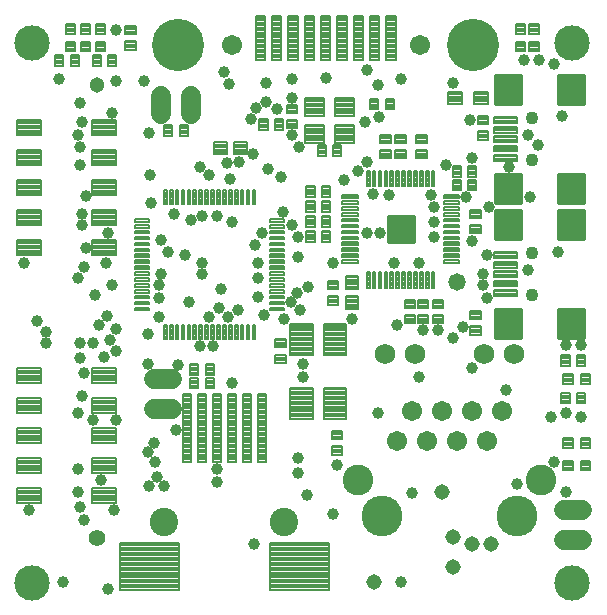
<source format=gts>
G75*
G70*
%OFA0B0*%
%FSLAX24Y24*%
%IPPOS*%
%LPD*%
%AMOC8*
5,1,8,0,0,1.08239X$1,22.5*
%
%ADD10C,0.1182*%
%ADD11C,0.0080*%
%ADD12C,0.0082*%
%ADD13C,0.0083*%
%ADD14C,0.0082*%
%ADD15C,0.0085*%
%ADD16C,0.1025*%
%ADD17C,0.1360*%
%ADD18C,0.0671*%
%ADD19C,0.0680*%
%ADD20C,0.1740*%
%ADD21C,0.0085*%
%ADD22C,0.0434*%
%ADD23C,0.0080*%
%ADD24C,0.0580*%
%ADD25C,0.0081*%
%ADD26C,0.0680*%
%ADD27C,0.0080*%
%ADD28C,0.0082*%
%ADD29C,0.0946*%
%ADD30C,0.0083*%
%ADD31C,0.0083*%
%ADD32C,0.0552*%
%ADD33C,0.0513*%
%ADD34C,0.0081*%
%ADD35C,0.0390*%
%ADD36C,0.0516*%
D10*
X001496Y002161D03*
X001496Y020165D03*
X019500Y020165D03*
X019500Y002161D03*
D11*
X009889Y011240D02*
X009417Y011240D01*
X009417Y011330D01*
X009889Y011330D01*
X009889Y011240D01*
X009889Y011319D02*
X009417Y011319D01*
X009417Y011437D02*
X009889Y011437D01*
X009417Y011437D02*
X009417Y011527D01*
X009889Y011527D01*
X009889Y011437D01*
X009889Y011516D02*
X009417Y011516D01*
X009417Y011634D02*
X009889Y011634D01*
X009417Y011634D02*
X009417Y011724D01*
X009889Y011724D01*
X009889Y011634D01*
X009889Y011713D02*
X009417Y011713D01*
X009417Y011830D02*
X009889Y011830D01*
X009417Y011830D02*
X009417Y011920D01*
X009889Y011920D01*
X009889Y011830D01*
X009889Y011909D02*
X009417Y011909D01*
X009417Y012027D02*
X009889Y012027D01*
X009417Y012027D02*
X009417Y012117D01*
X009889Y012117D01*
X009889Y012027D01*
X009889Y012106D02*
X009417Y012106D01*
X009417Y012224D02*
X009889Y012224D01*
X009417Y012224D02*
X009417Y012314D01*
X009889Y012314D01*
X009889Y012224D01*
X009889Y012303D02*
X009417Y012303D01*
X009417Y012421D02*
X009889Y012421D01*
X009417Y012421D02*
X009417Y012511D01*
X009889Y012511D01*
X009889Y012421D01*
X009889Y012500D02*
X009417Y012500D01*
X009417Y012618D02*
X009889Y012618D01*
X009417Y012618D02*
X009417Y012708D01*
X009889Y012708D01*
X009889Y012618D01*
X009889Y012697D02*
X009417Y012697D01*
X009417Y012815D02*
X009889Y012815D01*
X009417Y012815D02*
X009417Y012905D01*
X009889Y012905D01*
X009889Y012815D01*
X009889Y012894D02*
X009417Y012894D01*
X009417Y013012D02*
X009889Y013012D01*
X009417Y013012D02*
X009417Y013102D01*
X009889Y013102D01*
X009889Y013012D01*
X009889Y013091D02*
X009417Y013091D01*
X009417Y013208D02*
X009889Y013208D01*
X009417Y013208D02*
X009417Y013298D01*
X009889Y013298D01*
X009889Y013208D01*
X009889Y013287D02*
X009417Y013287D01*
X009417Y013405D02*
X009889Y013405D01*
X009417Y013405D02*
X009417Y013495D01*
X009889Y013495D01*
X009889Y013405D01*
X009889Y013484D02*
X009417Y013484D01*
X009417Y013602D02*
X009889Y013602D01*
X009417Y013602D02*
X009417Y013692D01*
X009889Y013692D01*
X009889Y013602D01*
X009889Y013681D02*
X009417Y013681D01*
X009417Y013799D02*
X009889Y013799D01*
X009417Y013799D02*
X009417Y013889D01*
X009889Y013889D01*
X009889Y013799D01*
X009889Y013878D02*
X009417Y013878D01*
X009417Y013996D02*
X009889Y013996D01*
X009417Y013996D02*
X009417Y014086D01*
X009889Y014086D01*
X009889Y013996D01*
X009889Y014075D02*
X009417Y014075D01*
X009417Y014193D02*
X009889Y014193D01*
X009417Y014193D02*
X009417Y014283D01*
X009889Y014283D01*
X009889Y014193D01*
X009889Y014272D02*
X009417Y014272D01*
X008930Y014769D02*
X008840Y014769D01*
X008840Y015241D01*
X008930Y015241D01*
X008930Y014769D01*
X008930Y014848D02*
X008840Y014848D01*
X008840Y014927D02*
X008930Y014927D01*
X008930Y015006D02*
X008840Y015006D01*
X008840Y015085D02*
X008930Y015085D01*
X008930Y015164D02*
X008840Y015164D01*
X008734Y014769D02*
X008644Y014769D01*
X008644Y015241D01*
X008734Y015241D01*
X008734Y014769D01*
X008734Y014848D02*
X008644Y014848D01*
X008644Y014927D02*
X008734Y014927D01*
X008734Y015006D02*
X008644Y015006D01*
X008644Y015085D02*
X008734Y015085D01*
X008734Y015164D02*
X008644Y015164D01*
X008537Y014769D02*
X008447Y014769D01*
X008447Y015241D01*
X008537Y015241D01*
X008537Y014769D01*
X008537Y014848D02*
X008447Y014848D01*
X008447Y014927D02*
X008537Y014927D01*
X008537Y015006D02*
X008447Y015006D01*
X008447Y015085D02*
X008537Y015085D01*
X008537Y015164D02*
X008447Y015164D01*
X008340Y014769D02*
X008250Y014769D01*
X008250Y015241D01*
X008340Y015241D01*
X008340Y014769D01*
X008340Y014848D02*
X008250Y014848D01*
X008250Y014927D02*
X008340Y014927D01*
X008340Y015006D02*
X008250Y015006D01*
X008250Y015085D02*
X008340Y015085D01*
X008340Y015164D02*
X008250Y015164D01*
X008143Y014769D02*
X008053Y014769D01*
X008053Y015241D01*
X008143Y015241D01*
X008143Y014769D01*
X008143Y014848D02*
X008053Y014848D01*
X008053Y014927D02*
X008143Y014927D01*
X008143Y015006D02*
X008053Y015006D01*
X008053Y015085D02*
X008143Y015085D01*
X008143Y015164D02*
X008053Y015164D01*
X007946Y014769D02*
X007856Y014769D01*
X007856Y015241D01*
X007946Y015241D01*
X007946Y014769D01*
X007946Y014848D02*
X007856Y014848D01*
X007856Y014927D02*
X007946Y014927D01*
X007946Y015006D02*
X007856Y015006D01*
X007856Y015085D02*
X007946Y015085D01*
X007946Y015164D02*
X007856Y015164D01*
X007749Y014769D02*
X007659Y014769D01*
X007659Y015241D01*
X007749Y015241D01*
X007749Y014769D01*
X007749Y014848D02*
X007659Y014848D01*
X007659Y014927D02*
X007749Y014927D01*
X007749Y015006D02*
X007659Y015006D01*
X007659Y015085D02*
X007749Y015085D01*
X007749Y015164D02*
X007659Y015164D01*
X007552Y014769D02*
X007462Y014769D01*
X007462Y015241D01*
X007552Y015241D01*
X007552Y014769D01*
X007552Y014848D02*
X007462Y014848D01*
X007462Y014927D02*
X007552Y014927D01*
X007552Y015006D02*
X007462Y015006D01*
X007462Y015085D02*
X007552Y015085D01*
X007552Y015164D02*
X007462Y015164D01*
X007356Y014769D02*
X007266Y014769D01*
X007266Y015241D01*
X007356Y015241D01*
X007356Y014769D01*
X007356Y014848D02*
X007266Y014848D01*
X007266Y014927D02*
X007356Y014927D01*
X007356Y015006D02*
X007266Y015006D01*
X007266Y015085D02*
X007356Y015085D01*
X007356Y015164D02*
X007266Y015164D01*
X007159Y014769D02*
X007069Y014769D01*
X007069Y015241D01*
X007159Y015241D01*
X007159Y014769D01*
X007159Y014848D02*
X007069Y014848D01*
X007069Y014927D02*
X007159Y014927D01*
X007159Y015006D02*
X007069Y015006D01*
X007069Y015085D02*
X007159Y015085D01*
X007159Y015164D02*
X007069Y015164D01*
X006962Y014769D02*
X006872Y014769D01*
X006872Y015241D01*
X006962Y015241D01*
X006962Y014769D01*
X006962Y014848D02*
X006872Y014848D01*
X006872Y014927D02*
X006962Y014927D01*
X006962Y015006D02*
X006872Y015006D01*
X006872Y015085D02*
X006962Y015085D01*
X006962Y015164D02*
X006872Y015164D01*
X006765Y014769D02*
X006675Y014769D01*
X006675Y015241D01*
X006765Y015241D01*
X006765Y014769D01*
X006765Y014848D02*
X006675Y014848D01*
X006675Y014927D02*
X006765Y014927D01*
X006765Y015006D02*
X006675Y015006D01*
X006675Y015085D02*
X006765Y015085D01*
X006765Y015164D02*
X006675Y015164D01*
X006568Y014769D02*
X006478Y014769D01*
X006478Y015241D01*
X006568Y015241D01*
X006568Y014769D01*
X006568Y014848D02*
X006478Y014848D01*
X006478Y014927D02*
X006568Y014927D01*
X006568Y015006D02*
X006478Y015006D01*
X006478Y015085D02*
X006568Y015085D01*
X006568Y015164D02*
X006478Y015164D01*
X006371Y014769D02*
X006281Y014769D01*
X006281Y015241D01*
X006371Y015241D01*
X006371Y014769D01*
X006371Y014848D02*
X006281Y014848D01*
X006281Y014927D02*
X006371Y014927D01*
X006371Y015006D02*
X006281Y015006D01*
X006281Y015085D02*
X006371Y015085D01*
X006371Y015164D02*
X006281Y015164D01*
X006175Y014769D02*
X006085Y014769D01*
X006085Y015241D01*
X006175Y015241D01*
X006175Y014769D01*
X006175Y014848D02*
X006085Y014848D01*
X006085Y014927D02*
X006175Y014927D01*
X006175Y015006D02*
X006085Y015006D01*
X006085Y015085D02*
X006175Y015085D01*
X006175Y015164D02*
X006085Y015164D01*
X005978Y014769D02*
X005888Y014769D01*
X005888Y015241D01*
X005978Y015241D01*
X005978Y014769D01*
X005978Y014848D02*
X005888Y014848D01*
X005888Y014927D02*
X005978Y014927D01*
X005978Y015006D02*
X005888Y015006D01*
X005888Y015085D02*
X005978Y015085D01*
X005978Y015164D02*
X005888Y015164D01*
X005401Y014193D02*
X004929Y014193D01*
X004929Y014283D01*
X005401Y014283D01*
X005401Y014193D01*
X005401Y014272D02*
X004929Y014272D01*
X004929Y013996D02*
X005401Y013996D01*
X004929Y013996D02*
X004929Y014086D01*
X005401Y014086D01*
X005401Y013996D01*
X005401Y014075D02*
X004929Y014075D01*
X004929Y013799D02*
X005401Y013799D01*
X004929Y013799D02*
X004929Y013889D01*
X005401Y013889D01*
X005401Y013799D01*
X005401Y013878D02*
X004929Y013878D01*
X004929Y013602D02*
X005401Y013602D01*
X004929Y013602D02*
X004929Y013692D01*
X005401Y013692D01*
X005401Y013602D01*
X005401Y013681D02*
X004929Y013681D01*
X004929Y013405D02*
X005401Y013405D01*
X004929Y013405D02*
X004929Y013495D01*
X005401Y013495D01*
X005401Y013405D01*
X005401Y013484D02*
X004929Y013484D01*
X004929Y013208D02*
X005401Y013208D01*
X004929Y013208D02*
X004929Y013298D01*
X005401Y013298D01*
X005401Y013208D01*
X005401Y013287D02*
X004929Y013287D01*
X004929Y013012D02*
X005401Y013012D01*
X004929Y013012D02*
X004929Y013102D01*
X005401Y013102D01*
X005401Y013012D01*
X005401Y013091D02*
X004929Y013091D01*
X004929Y012815D02*
X005401Y012815D01*
X004929Y012815D02*
X004929Y012905D01*
X005401Y012905D01*
X005401Y012815D01*
X005401Y012894D02*
X004929Y012894D01*
X004929Y012618D02*
X005401Y012618D01*
X004929Y012618D02*
X004929Y012708D01*
X005401Y012708D01*
X005401Y012618D01*
X005401Y012697D02*
X004929Y012697D01*
X004929Y012421D02*
X005401Y012421D01*
X004929Y012421D02*
X004929Y012511D01*
X005401Y012511D01*
X005401Y012421D01*
X005401Y012500D02*
X004929Y012500D01*
X004929Y012224D02*
X005401Y012224D01*
X004929Y012224D02*
X004929Y012314D01*
X005401Y012314D01*
X005401Y012224D01*
X005401Y012303D02*
X004929Y012303D01*
X004929Y012027D02*
X005401Y012027D01*
X004929Y012027D02*
X004929Y012117D01*
X005401Y012117D01*
X005401Y012027D01*
X005401Y012106D02*
X004929Y012106D01*
X004929Y011830D02*
X005401Y011830D01*
X004929Y011830D02*
X004929Y011920D01*
X005401Y011920D01*
X005401Y011830D01*
X005401Y011909D02*
X004929Y011909D01*
X004929Y011634D02*
X005401Y011634D01*
X004929Y011634D02*
X004929Y011724D01*
X005401Y011724D01*
X005401Y011634D01*
X005401Y011713D02*
X004929Y011713D01*
X004929Y011437D02*
X005401Y011437D01*
X004929Y011437D02*
X004929Y011527D01*
X005401Y011527D01*
X005401Y011437D01*
X005401Y011516D02*
X004929Y011516D01*
X004929Y011240D02*
X005401Y011240D01*
X004929Y011240D02*
X004929Y011330D01*
X005401Y011330D01*
X005401Y011240D01*
X005401Y011319D02*
X004929Y011319D01*
X005888Y010281D02*
X005978Y010281D01*
X005888Y010281D02*
X005888Y010753D01*
X005978Y010753D01*
X005978Y010281D01*
X005978Y010360D02*
X005888Y010360D01*
X005888Y010439D02*
X005978Y010439D01*
X005978Y010518D02*
X005888Y010518D01*
X005888Y010597D02*
X005978Y010597D01*
X005978Y010676D02*
X005888Y010676D01*
X006085Y010281D02*
X006175Y010281D01*
X006085Y010281D02*
X006085Y010753D01*
X006175Y010753D01*
X006175Y010281D01*
X006175Y010360D02*
X006085Y010360D01*
X006085Y010439D02*
X006175Y010439D01*
X006175Y010518D02*
X006085Y010518D01*
X006085Y010597D02*
X006175Y010597D01*
X006175Y010676D02*
X006085Y010676D01*
X006281Y010281D02*
X006371Y010281D01*
X006281Y010281D02*
X006281Y010753D01*
X006371Y010753D01*
X006371Y010281D01*
X006371Y010360D02*
X006281Y010360D01*
X006281Y010439D02*
X006371Y010439D01*
X006371Y010518D02*
X006281Y010518D01*
X006281Y010597D02*
X006371Y010597D01*
X006371Y010676D02*
X006281Y010676D01*
X006478Y010281D02*
X006568Y010281D01*
X006478Y010281D02*
X006478Y010753D01*
X006568Y010753D01*
X006568Y010281D01*
X006568Y010360D02*
X006478Y010360D01*
X006478Y010439D02*
X006568Y010439D01*
X006568Y010518D02*
X006478Y010518D01*
X006478Y010597D02*
X006568Y010597D01*
X006568Y010676D02*
X006478Y010676D01*
X006675Y010281D02*
X006765Y010281D01*
X006675Y010281D02*
X006675Y010753D01*
X006765Y010753D01*
X006765Y010281D01*
X006765Y010360D02*
X006675Y010360D01*
X006675Y010439D02*
X006765Y010439D01*
X006765Y010518D02*
X006675Y010518D01*
X006675Y010597D02*
X006765Y010597D01*
X006765Y010676D02*
X006675Y010676D01*
X006872Y010281D02*
X006962Y010281D01*
X006872Y010281D02*
X006872Y010753D01*
X006962Y010753D01*
X006962Y010281D01*
X006962Y010360D02*
X006872Y010360D01*
X006872Y010439D02*
X006962Y010439D01*
X006962Y010518D02*
X006872Y010518D01*
X006872Y010597D02*
X006962Y010597D01*
X006962Y010676D02*
X006872Y010676D01*
X007069Y010281D02*
X007159Y010281D01*
X007069Y010281D02*
X007069Y010753D01*
X007159Y010753D01*
X007159Y010281D01*
X007159Y010360D02*
X007069Y010360D01*
X007069Y010439D02*
X007159Y010439D01*
X007159Y010518D02*
X007069Y010518D01*
X007069Y010597D02*
X007159Y010597D01*
X007159Y010676D02*
X007069Y010676D01*
X007266Y010281D02*
X007356Y010281D01*
X007266Y010281D02*
X007266Y010753D01*
X007356Y010753D01*
X007356Y010281D01*
X007356Y010360D02*
X007266Y010360D01*
X007266Y010439D02*
X007356Y010439D01*
X007356Y010518D02*
X007266Y010518D01*
X007266Y010597D02*
X007356Y010597D01*
X007356Y010676D02*
X007266Y010676D01*
X007462Y010281D02*
X007552Y010281D01*
X007462Y010281D02*
X007462Y010753D01*
X007552Y010753D01*
X007552Y010281D01*
X007552Y010360D02*
X007462Y010360D01*
X007462Y010439D02*
X007552Y010439D01*
X007552Y010518D02*
X007462Y010518D01*
X007462Y010597D02*
X007552Y010597D01*
X007552Y010676D02*
X007462Y010676D01*
X007659Y010281D02*
X007749Y010281D01*
X007659Y010281D02*
X007659Y010753D01*
X007749Y010753D01*
X007749Y010281D01*
X007749Y010360D02*
X007659Y010360D01*
X007659Y010439D02*
X007749Y010439D01*
X007749Y010518D02*
X007659Y010518D01*
X007659Y010597D02*
X007749Y010597D01*
X007749Y010676D02*
X007659Y010676D01*
X007856Y010281D02*
X007946Y010281D01*
X007856Y010281D02*
X007856Y010753D01*
X007946Y010753D01*
X007946Y010281D01*
X007946Y010360D02*
X007856Y010360D01*
X007856Y010439D02*
X007946Y010439D01*
X007946Y010518D02*
X007856Y010518D01*
X007856Y010597D02*
X007946Y010597D01*
X007946Y010676D02*
X007856Y010676D01*
X008053Y010281D02*
X008143Y010281D01*
X008053Y010281D02*
X008053Y010753D01*
X008143Y010753D01*
X008143Y010281D01*
X008143Y010360D02*
X008053Y010360D01*
X008053Y010439D02*
X008143Y010439D01*
X008143Y010518D02*
X008053Y010518D01*
X008053Y010597D02*
X008143Y010597D01*
X008143Y010676D02*
X008053Y010676D01*
X008250Y010281D02*
X008340Y010281D01*
X008250Y010281D02*
X008250Y010753D01*
X008340Y010753D01*
X008340Y010281D01*
X008340Y010360D02*
X008250Y010360D01*
X008250Y010439D02*
X008340Y010439D01*
X008340Y010518D02*
X008250Y010518D01*
X008250Y010597D02*
X008340Y010597D01*
X008340Y010676D02*
X008250Y010676D01*
X008447Y010281D02*
X008537Y010281D01*
X008447Y010281D02*
X008447Y010753D01*
X008537Y010753D01*
X008537Y010281D01*
X008537Y010360D02*
X008447Y010360D01*
X008447Y010439D02*
X008537Y010439D01*
X008537Y010518D02*
X008447Y010518D01*
X008447Y010597D02*
X008537Y010597D01*
X008537Y010676D02*
X008447Y010676D01*
X008644Y010281D02*
X008734Y010281D01*
X008644Y010281D02*
X008644Y010753D01*
X008734Y010753D01*
X008734Y010281D01*
X008734Y010360D02*
X008644Y010360D01*
X008644Y010439D02*
X008734Y010439D01*
X008734Y010518D02*
X008644Y010518D01*
X008644Y010597D02*
X008734Y010597D01*
X008734Y010676D02*
X008644Y010676D01*
X008840Y010281D02*
X008930Y010281D01*
X008840Y010281D02*
X008840Y010753D01*
X008930Y010753D01*
X008930Y010281D01*
X008930Y010360D02*
X008840Y010360D01*
X008840Y010439D02*
X008930Y010439D01*
X008930Y010518D02*
X008840Y010518D01*
X008840Y010597D02*
X008930Y010597D01*
X008930Y010676D02*
X008840Y010676D01*
D12*
X009604Y010276D02*
X009604Y010002D01*
X009604Y010276D02*
X009956Y010276D01*
X009956Y010002D01*
X009604Y010002D01*
X009604Y010083D02*
X009956Y010083D01*
X009956Y010164D02*
X009604Y010164D01*
X009604Y010245D02*
X009956Y010245D01*
X009604Y009764D02*
X009604Y009490D01*
X009604Y009764D02*
X009956Y009764D01*
X009956Y009490D01*
X009604Y009490D01*
X009604Y009571D02*
X009956Y009571D01*
X009956Y009652D02*
X009604Y009652D01*
X009604Y009733D02*
X009956Y009733D01*
X011354Y011427D02*
X011354Y011701D01*
X011706Y011701D01*
X011706Y011427D01*
X011354Y011427D01*
X011354Y011508D02*
X011706Y011508D01*
X011706Y011589D02*
X011354Y011589D01*
X011354Y011670D02*
X011706Y011670D01*
X011354Y011939D02*
X011354Y012213D01*
X011706Y012213D01*
X011706Y011939D01*
X011354Y011939D01*
X011354Y012020D02*
X011706Y012020D01*
X011706Y012101D02*
X011354Y012101D01*
X011354Y012182D02*
X011706Y012182D01*
X011423Y013519D02*
X011149Y013519D01*
X011149Y013871D01*
X011423Y013871D01*
X011423Y013519D01*
X011423Y013600D02*
X011149Y013600D01*
X011149Y013681D02*
X011423Y013681D01*
X011423Y013762D02*
X011149Y013762D01*
X011149Y013843D02*
X011423Y013843D01*
X011423Y014019D02*
X011149Y014019D01*
X011149Y014371D01*
X011423Y014371D01*
X011423Y014019D01*
X011423Y014100D02*
X011149Y014100D01*
X011149Y014181D02*
X011423Y014181D01*
X011423Y014262D02*
X011149Y014262D01*
X011149Y014343D02*
X011423Y014343D01*
X011423Y014519D02*
X011149Y014519D01*
X011149Y014871D01*
X011423Y014871D01*
X011423Y014519D01*
X011423Y014600D02*
X011149Y014600D01*
X011149Y014681D02*
X011423Y014681D01*
X011423Y014762D02*
X011149Y014762D01*
X011149Y014843D02*
X011423Y014843D01*
X011423Y015019D02*
X011149Y015019D01*
X011149Y015371D01*
X011423Y015371D01*
X011423Y015019D01*
X011423Y015100D02*
X011149Y015100D01*
X011149Y015181D02*
X011423Y015181D01*
X011423Y015262D02*
X011149Y015262D01*
X011149Y015343D02*
X011423Y015343D01*
X010911Y015019D02*
X010637Y015019D01*
X010637Y015371D01*
X010911Y015371D01*
X010911Y015019D01*
X010911Y015100D02*
X010637Y015100D01*
X010637Y015181D02*
X010911Y015181D01*
X010911Y015262D02*
X010637Y015262D01*
X010637Y015343D02*
X010911Y015343D01*
X010911Y014519D02*
X010637Y014519D01*
X010637Y014871D01*
X010911Y014871D01*
X010911Y014519D01*
X010911Y014600D02*
X010637Y014600D01*
X010637Y014681D02*
X010911Y014681D01*
X010911Y014762D02*
X010637Y014762D01*
X010637Y014843D02*
X010911Y014843D01*
X010911Y014019D02*
X010637Y014019D01*
X010637Y014371D01*
X010911Y014371D01*
X010911Y014019D01*
X010911Y014100D02*
X010637Y014100D01*
X010637Y014181D02*
X010911Y014181D01*
X010911Y014262D02*
X010637Y014262D01*
X010637Y014343D02*
X010911Y014343D01*
X010911Y013519D02*
X010637Y013519D01*
X010637Y013871D01*
X010911Y013871D01*
X010911Y013519D01*
X010911Y013600D02*
X010637Y013600D01*
X010637Y013681D02*
X010911Y013681D01*
X010911Y013762D02*
X010637Y013762D01*
X010637Y013843D02*
X010911Y013843D01*
X011012Y016394D02*
X011286Y016394D01*
X011012Y016394D02*
X011012Y016746D01*
X011286Y016746D01*
X011286Y016394D01*
X011286Y016475D02*
X011012Y016475D01*
X011012Y016556D02*
X011286Y016556D01*
X011286Y016637D02*
X011012Y016637D01*
X011012Y016718D02*
X011286Y016718D01*
X011524Y016394D02*
X011798Y016394D01*
X011524Y016394D02*
X011524Y016746D01*
X011798Y016746D01*
X011798Y016394D01*
X011798Y016475D02*
X011524Y016475D01*
X011524Y016556D02*
X011798Y016556D01*
X011798Y016637D02*
X011524Y016637D01*
X011524Y016718D02*
X011798Y016718D01*
X012762Y017934D02*
X013036Y017934D01*
X012762Y017934D02*
X012762Y018286D01*
X013036Y018286D01*
X013036Y017934D01*
X013036Y018015D02*
X012762Y018015D01*
X012762Y018096D02*
X013036Y018096D01*
X013036Y018177D02*
X012762Y018177D01*
X012762Y018258D02*
X013036Y018258D01*
X013274Y017934D02*
X013548Y017934D01*
X013274Y017934D02*
X013274Y018286D01*
X013548Y018286D01*
X013548Y017934D01*
X013548Y018015D02*
X013274Y018015D01*
X013274Y018096D02*
X013548Y018096D01*
X013548Y018177D02*
X013274Y018177D01*
X013274Y018258D02*
X013548Y018258D01*
X013604Y017088D02*
X013604Y016814D01*
X013604Y017088D02*
X013956Y017088D01*
X013956Y016814D01*
X013604Y016814D01*
X013604Y016895D02*
X013956Y016895D01*
X013956Y016976D02*
X013604Y016976D01*
X013604Y017057D02*
X013956Y017057D01*
X014301Y017088D02*
X014301Y016814D01*
X014301Y017088D02*
X014653Y017088D01*
X014653Y016814D01*
X014301Y016814D01*
X014301Y016895D02*
X014653Y016895D01*
X014653Y016976D02*
X014301Y016976D01*
X014301Y017057D02*
X014653Y017057D01*
X014301Y016576D02*
X014301Y016302D01*
X014301Y016576D02*
X014653Y016576D01*
X014653Y016302D01*
X014301Y016302D01*
X014301Y016383D02*
X014653Y016383D01*
X014653Y016464D02*
X014301Y016464D01*
X014301Y016545D02*
X014653Y016545D01*
X013604Y016576D02*
X013604Y016302D01*
X013604Y016576D02*
X013956Y016576D01*
X013956Y016302D01*
X013604Y016302D01*
X013604Y016383D02*
X013956Y016383D01*
X013956Y016464D02*
X013604Y016464D01*
X013604Y016545D02*
X013956Y016545D01*
X013104Y016576D02*
X013104Y016302D01*
X013104Y016576D02*
X013456Y016576D01*
X013456Y016302D01*
X013104Y016302D01*
X013104Y016383D02*
X013456Y016383D01*
X013456Y016464D02*
X013104Y016464D01*
X013104Y016545D02*
X013456Y016545D01*
X013104Y016814D02*
X013104Y017088D01*
X013456Y017088D01*
X013456Y016814D01*
X013104Y016814D01*
X013104Y016895D02*
X013456Y016895D01*
X013456Y016976D02*
X013104Y016976D01*
X013104Y017057D02*
X013456Y017057D01*
X015518Y015694D02*
X015792Y015694D01*
X015518Y015694D02*
X015518Y016046D01*
X015792Y016046D01*
X015792Y015694D01*
X015792Y015775D02*
X015518Y015775D01*
X015518Y015856D02*
X015792Y015856D01*
X015792Y015937D02*
X015518Y015937D01*
X015518Y016018D02*
X015792Y016018D01*
X016030Y015694D02*
X016304Y015694D01*
X016030Y015694D02*
X016030Y016046D01*
X016304Y016046D01*
X016304Y015694D01*
X016304Y015775D02*
X016030Y015775D01*
X016030Y015856D02*
X016304Y015856D01*
X016304Y015937D02*
X016030Y015937D01*
X016030Y016018D02*
X016304Y016018D01*
X016298Y015584D02*
X016024Y015584D01*
X016298Y015584D02*
X016298Y015232D01*
X016024Y015232D01*
X016024Y015584D01*
X016024Y015313D02*
X016298Y015313D01*
X016298Y015394D02*
X016024Y015394D01*
X016024Y015475D02*
X016298Y015475D01*
X016298Y015556D02*
X016024Y015556D01*
X015786Y015584D02*
X015512Y015584D01*
X015786Y015584D02*
X015786Y015232D01*
X015512Y015232D01*
X015512Y015584D01*
X015512Y015313D02*
X015786Y015313D01*
X015786Y015394D02*
X015512Y015394D01*
X015512Y015475D02*
X015786Y015475D01*
X015786Y015556D02*
X015512Y015556D01*
X016456Y014588D02*
X016456Y014314D01*
X016104Y014314D01*
X016104Y014588D01*
X016456Y014588D01*
X016456Y014395D02*
X016104Y014395D01*
X016104Y014476D02*
X016456Y014476D01*
X016456Y014557D02*
X016104Y014557D01*
X016456Y014076D02*
X016456Y013802D01*
X016104Y013802D01*
X016104Y014076D01*
X016456Y014076D01*
X016456Y013883D02*
X016104Y013883D01*
X016104Y013964D02*
X016456Y013964D01*
X016456Y014045D02*
X016104Y014045D01*
X014854Y011588D02*
X014854Y011314D01*
X014854Y011588D02*
X015206Y011588D01*
X015206Y011314D01*
X014854Y011314D01*
X014854Y011395D02*
X015206Y011395D01*
X015206Y011476D02*
X014854Y011476D01*
X014854Y011557D02*
X015206Y011557D01*
X014854Y011076D02*
X014854Y010802D01*
X014854Y011076D02*
X015206Y011076D01*
X015206Y010802D01*
X014854Y010802D01*
X014854Y010883D02*
X015206Y010883D01*
X015206Y010964D02*
X014854Y010964D01*
X014854Y011045D02*
X015206Y011045D01*
X014354Y011076D02*
X014354Y010802D01*
X014354Y011076D02*
X014706Y011076D01*
X014706Y010802D01*
X014354Y010802D01*
X014354Y010883D02*
X014706Y010883D01*
X014706Y010964D02*
X014354Y010964D01*
X014354Y011045D02*
X014706Y011045D01*
X014354Y011314D02*
X014354Y011588D01*
X014706Y011588D01*
X014706Y011314D01*
X014354Y011314D01*
X014354Y011395D02*
X014706Y011395D01*
X014706Y011476D02*
X014354Y011476D01*
X014354Y011557D02*
X014706Y011557D01*
X013917Y011588D02*
X013917Y011314D01*
X013917Y011588D02*
X014269Y011588D01*
X014269Y011314D01*
X013917Y011314D01*
X013917Y011395D02*
X014269Y011395D01*
X014269Y011476D02*
X013917Y011476D01*
X013917Y011557D02*
X014269Y011557D01*
X013917Y011076D02*
X013917Y010802D01*
X013917Y011076D02*
X014269Y011076D01*
X014269Y010802D01*
X013917Y010802D01*
X013917Y010883D02*
X014269Y010883D01*
X014269Y010964D02*
X013917Y010964D01*
X013917Y011045D02*
X014269Y011045D01*
X016456Y010939D02*
X016456Y011213D01*
X016456Y010939D02*
X016104Y010939D01*
X016104Y011213D01*
X016456Y011213D01*
X016456Y011020D02*
X016104Y011020D01*
X016104Y011101D02*
X016456Y011101D01*
X016456Y011182D02*
X016104Y011182D01*
X016456Y010701D02*
X016456Y010427D01*
X016104Y010427D01*
X016104Y010701D01*
X016456Y010701D01*
X016456Y010508D02*
X016104Y010508D01*
X016104Y010589D02*
X016456Y010589D01*
X016456Y010670D02*
X016104Y010670D01*
X019137Y009746D02*
X019411Y009746D01*
X019411Y009394D01*
X019137Y009394D01*
X019137Y009746D01*
X019137Y009475D02*
X019411Y009475D01*
X019411Y009556D02*
X019137Y009556D01*
X019137Y009637D02*
X019411Y009637D01*
X019411Y009718D02*
X019137Y009718D01*
X019649Y009746D02*
X019923Y009746D01*
X019923Y009394D01*
X019649Y009394D01*
X019649Y009746D01*
X019649Y009475D02*
X019923Y009475D01*
X019923Y009556D02*
X019649Y009556D01*
X019649Y009637D02*
X019923Y009637D01*
X019923Y009718D02*
X019649Y009718D01*
X019649Y008144D02*
X019923Y008144D01*
X019649Y008144D02*
X019649Y008496D01*
X019923Y008496D01*
X019923Y008144D01*
X019923Y008225D02*
X019649Y008225D01*
X019649Y008306D02*
X019923Y008306D01*
X019923Y008387D02*
X019649Y008387D01*
X019649Y008468D02*
X019923Y008468D01*
X019411Y008144D02*
X019137Y008144D01*
X019137Y008496D01*
X019411Y008496D01*
X019411Y008144D01*
X019411Y008225D02*
X019137Y008225D01*
X019137Y008306D02*
X019411Y008306D01*
X019411Y008387D02*
X019137Y008387D01*
X019137Y008468D02*
X019411Y008468D01*
X016706Y016927D02*
X016706Y017201D01*
X016706Y016927D02*
X016354Y016927D01*
X016354Y017201D01*
X016706Y017201D01*
X016706Y017008D02*
X016354Y017008D01*
X016354Y017089D02*
X016706Y017089D01*
X016706Y017170D02*
X016354Y017170D01*
X016706Y017439D02*
X016706Y017713D01*
X016706Y017439D02*
X016354Y017439D01*
X016354Y017713D01*
X016706Y017713D01*
X016706Y017520D02*
X016354Y017520D01*
X016354Y017601D02*
X016706Y017601D01*
X016706Y017682D02*
X016354Y017682D01*
X009979Y017576D02*
X009979Y017302D01*
X009979Y017576D02*
X010331Y017576D01*
X010331Y017302D01*
X009979Y017302D01*
X009979Y017383D02*
X010331Y017383D01*
X010331Y017464D02*
X009979Y017464D01*
X009979Y017545D02*
X010331Y017545D01*
X009979Y017814D02*
X009979Y018088D01*
X010331Y018088D01*
X010331Y017814D01*
X009979Y017814D01*
X009979Y017895D02*
X010331Y017895D01*
X010331Y017976D02*
X009979Y017976D01*
X009979Y018057D02*
X010331Y018057D01*
X009858Y017263D02*
X009584Y017263D01*
X009584Y017615D01*
X009858Y017615D01*
X009858Y017263D01*
X009858Y017344D02*
X009584Y017344D01*
X009584Y017425D02*
X009858Y017425D01*
X009858Y017506D02*
X009584Y017506D01*
X009584Y017587D02*
X009858Y017587D01*
X009346Y017263D02*
X009072Y017263D01*
X009072Y017615D01*
X009346Y017615D01*
X009346Y017263D01*
X009346Y017344D02*
X009072Y017344D01*
X009072Y017425D02*
X009346Y017425D01*
X009346Y017506D02*
X009072Y017506D01*
X009072Y017587D02*
X009346Y017587D01*
X006682Y017410D02*
X006408Y017410D01*
X006682Y017410D02*
X006682Y017058D01*
X006408Y017058D01*
X006408Y017410D01*
X006408Y017139D02*
X006682Y017139D01*
X006682Y017220D02*
X006408Y017220D01*
X006408Y017301D02*
X006682Y017301D01*
X006682Y017382D02*
X006408Y017382D01*
X006170Y017410D02*
X005896Y017410D01*
X006170Y017410D02*
X006170Y017058D01*
X005896Y017058D01*
X005896Y017410D01*
X005896Y017139D02*
X006170Y017139D01*
X006170Y017220D02*
X005896Y017220D01*
X005896Y017301D02*
X006170Y017301D01*
X006170Y017382D02*
X005896Y017382D01*
X004298Y019394D02*
X004024Y019394D01*
X004024Y019746D01*
X004298Y019746D01*
X004298Y019394D01*
X004298Y019475D02*
X004024Y019475D01*
X004024Y019556D02*
X004298Y019556D01*
X004298Y019637D02*
X004024Y019637D01*
X004024Y019718D02*
X004298Y019718D01*
X004956Y019927D02*
X004956Y020201D01*
X004956Y019927D02*
X004604Y019927D01*
X004604Y020201D01*
X004956Y020201D01*
X004956Y020008D02*
X004604Y020008D01*
X004604Y020089D02*
X004956Y020089D01*
X004956Y020170D02*
X004604Y020170D01*
X004956Y020439D02*
X004956Y020713D01*
X004956Y020439D02*
X004604Y020439D01*
X004604Y020713D01*
X004956Y020713D01*
X004956Y020520D02*
X004604Y020520D01*
X004604Y020601D02*
X004956Y020601D01*
X004956Y020682D02*
X004604Y020682D01*
X003786Y019394D02*
X003512Y019394D01*
X003512Y019746D01*
X003786Y019746D01*
X003786Y019394D01*
X003786Y019475D02*
X003512Y019475D01*
X003512Y019556D02*
X003786Y019556D01*
X003786Y019637D02*
X003512Y019637D01*
X003512Y019718D02*
X003786Y019718D01*
X003048Y019746D02*
X002774Y019746D01*
X003048Y019746D02*
X003048Y019394D01*
X002774Y019394D01*
X002774Y019746D01*
X002774Y019475D02*
X003048Y019475D01*
X003048Y019556D02*
X002774Y019556D01*
X002774Y019637D02*
X003048Y019637D01*
X003048Y019718D02*
X002774Y019718D01*
X002536Y019746D02*
X002262Y019746D01*
X002536Y019746D02*
X002536Y019394D01*
X002262Y019394D01*
X002262Y019746D01*
X002262Y019475D02*
X002536Y019475D01*
X002536Y019556D02*
X002262Y019556D01*
X002262Y019637D02*
X002536Y019637D01*
X002536Y019718D02*
X002262Y019718D01*
X006762Y009082D02*
X007036Y009082D01*
X006762Y009082D02*
X006762Y009434D01*
X007036Y009434D01*
X007036Y009082D01*
X007036Y009163D02*
X006762Y009163D01*
X006762Y009244D02*
X007036Y009244D01*
X007036Y009325D02*
X006762Y009325D01*
X006762Y009406D02*
X007036Y009406D01*
X007274Y009082D02*
X007548Y009082D01*
X007274Y009082D02*
X007274Y009434D01*
X007548Y009434D01*
X007548Y009082D01*
X007548Y009163D02*
X007274Y009163D01*
X007274Y009244D02*
X007548Y009244D01*
X007548Y009325D02*
X007274Y009325D01*
X007274Y009406D02*
X007548Y009406D01*
X007548Y008644D02*
X007274Y008644D01*
X007274Y008996D01*
X007548Y008996D01*
X007548Y008644D01*
X007548Y008725D02*
X007274Y008725D01*
X007274Y008806D02*
X007548Y008806D01*
X007548Y008887D02*
X007274Y008887D01*
X007274Y008968D02*
X007548Y008968D01*
X007036Y008644D02*
X006762Y008644D01*
X006762Y008996D01*
X007036Y008996D01*
X007036Y008644D01*
X007036Y008725D02*
X006762Y008725D01*
X006762Y008806D02*
X007036Y008806D01*
X007036Y008887D02*
X006762Y008887D01*
X006762Y008968D02*
X007036Y008968D01*
X011479Y007213D02*
X011479Y006939D01*
X011479Y007213D02*
X011831Y007213D01*
X011831Y006939D01*
X011479Y006939D01*
X011479Y007020D02*
X011831Y007020D01*
X011831Y007101D02*
X011479Y007101D01*
X011479Y007182D02*
X011831Y007182D01*
X011479Y006701D02*
X011479Y006427D01*
X011479Y006701D02*
X011831Y006701D01*
X011831Y006427D01*
X011479Y006427D01*
X011479Y006508D02*
X011831Y006508D01*
X011831Y006589D02*
X011479Y006589D01*
X011479Y006670D02*
X011831Y006670D01*
D13*
X019204Y006664D02*
X019204Y006976D01*
X019516Y006976D01*
X019516Y006664D01*
X019204Y006664D01*
X019204Y006746D02*
X019516Y006746D01*
X019516Y006828D02*
X019204Y006828D01*
X019204Y006910D02*
X019516Y006910D01*
X019794Y006976D02*
X019794Y006664D01*
X019794Y006976D02*
X020106Y006976D01*
X020106Y006664D01*
X019794Y006664D01*
X019794Y006746D02*
X020106Y006746D01*
X020106Y006828D02*
X019794Y006828D01*
X019794Y006910D02*
X020106Y006910D01*
X019794Y006226D02*
X019794Y005914D01*
X019794Y006226D02*
X020106Y006226D01*
X020106Y005914D01*
X019794Y005914D01*
X019794Y005996D02*
X020106Y005996D01*
X020106Y006078D02*
X019794Y006078D01*
X019794Y006160D02*
X020106Y006160D01*
X019204Y006226D02*
X019204Y005914D01*
X019204Y006226D02*
X019516Y006226D01*
X019516Y005914D01*
X019204Y005914D01*
X019204Y005996D02*
X019516Y005996D01*
X019516Y006078D02*
X019204Y006078D01*
X019204Y006160D02*
X019516Y006160D01*
X019204Y008789D02*
X019204Y009101D01*
X019516Y009101D01*
X019516Y008789D01*
X019204Y008789D01*
X019204Y008871D02*
X019516Y008871D01*
X019516Y008953D02*
X019204Y008953D01*
X019204Y009035D02*
X019516Y009035D01*
X019794Y009101D02*
X019794Y008789D01*
X019794Y009101D02*
X020106Y009101D01*
X020106Y008789D01*
X019794Y008789D01*
X019794Y008871D02*
X020106Y008871D01*
X020106Y008953D02*
X019794Y008953D01*
X019794Y009035D02*
X020106Y009035D01*
X018374Y019869D02*
X018062Y019869D01*
X018062Y020181D01*
X018374Y020181D01*
X018374Y019869D01*
X018374Y019951D02*
X018062Y019951D01*
X018062Y020033D02*
X018374Y020033D01*
X018374Y020115D02*
X018062Y020115D01*
X017936Y019869D02*
X017624Y019869D01*
X017624Y020181D01*
X017936Y020181D01*
X017936Y019869D01*
X017936Y019951D02*
X017624Y019951D01*
X017624Y020033D02*
X017936Y020033D01*
X017936Y020115D02*
X017624Y020115D01*
X017624Y020460D02*
X017936Y020460D01*
X017624Y020460D02*
X017624Y020772D01*
X017936Y020772D01*
X017936Y020460D01*
X017936Y020542D02*
X017624Y020542D01*
X017624Y020624D02*
X017936Y020624D01*
X017936Y020706D02*
X017624Y020706D01*
X018062Y020460D02*
X018374Y020460D01*
X018062Y020460D02*
X018062Y020772D01*
X018374Y020772D01*
X018374Y020460D01*
X018374Y020542D02*
X018062Y020542D01*
X018062Y020624D02*
X018374Y020624D01*
X018374Y020706D02*
X018062Y020706D01*
X013617Y019596D02*
X013305Y019596D01*
X013305Y021050D01*
X013617Y021050D01*
X013617Y019596D01*
X013617Y019678D02*
X013305Y019678D01*
X013305Y019760D02*
X013617Y019760D01*
X013617Y019842D02*
X013305Y019842D01*
X013305Y019924D02*
X013617Y019924D01*
X013617Y020006D02*
X013305Y020006D01*
X013305Y020088D02*
X013617Y020088D01*
X013617Y020170D02*
X013305Y020170D01*
X013305Y020252D02*
X013617Y020252D01*
X013617Y020334D02*
X013305Y020334D01*
X013305Y020416D02*
X013617Y020416D01*
X013617Y020498D02*
X013305Y020498D01*
X013305Y020580D02*
X013617Y020580D01*
X013617Y020662D02*
X013305Y020662D01*
X013305Y020744D02*
X013617Y020744D01*
X013617Y020826D02*
X013305Y020826D01*
X013305Y020908D02*
X013617Y020908D01*
X013617Y020990D02*
X013305Y020990D01*
X013072Y019596D02*
X012760Y019596D01*
X012760Y021050D01*
X013072Y021050D01*
X013072Y019596D01*
X013072Y019678D02*
X012760Y019678D01*
X012760Y019760D02*
X013072Y019760D01*
X013072Y019842D02*
X012760Y019842D01*
X012760Y019924D02*
X013072Y019924D01*
X013072Y020006D02*
X012760Y020006D01*
X012760Y020088D02*
X013072Y020088D01*
X013072Y020170D02*
X012760Y020170D01*
X012760Y020252D02*
X013072Y020252D01*
X013072Y020334D02*
X012760Y020334D01*
X012760Y020416D02*
X013072Y020416D01*
X013072Y020498D02*
X012760Y020498D01*
X012760Y020580D02*
X013072Y020580D01*
X013072Y020662D02*
X012760Y020662D01*
X012760Y020744D02*
X013072Y020744D01*
X013072Y020826D02*
X012760Y020826D01*
X012760Y020908D02*
X013072Y020908D01*
X013072Y020990D02*
X012760Y020990D01*
X012527Y019596D02*
X012215Y019596D01*
X012215Y021050D01*
X012527Y021050D01*
X012527Y019596D01*
X012527Y019678D02*
X012215Y019678D01*
X012215Y019760D02*
X012527Y019760D01*
X012527Y019842D02*
X012215Y019842D01*
X012215Y019924D02*
X012527Y019924D01*
X012527Y020006D02*
X012215Y020006D01*
X012215Y020088D02*
X012527Y020088D01*
X012527Y020170D02*
X012215Y020170D01*
X012215Y020252D02*
X012527Y020252D01*
X012527Y020334D02*
X012215Y020334D01*
X012215Y020416D02*
X012527Y020416D01*
X012527Y020498D02*
X012215Y020498D01*
X012215Y020580D02*
X012527Y020580D01*
X012527Y020662D02*
X012215Y020662D01*
X012215Y020744D02*
X012527Y020744D01*
X012527Y020826D02*
X012215Y020826D01*
X012215Y020908D02*
X012527Y020908D01*
X012527Y020990D02*
X012215Y020990D01*
X011981Y019596D02*
X011669Y019596D01*
X011669Y021050D01*
X011981Y021050D01*
X011981Y019596D01*
X011981Y019678D02*
X011669Y019678D01*
X011669Y019760D02*
X011981Y019760D01*
X011981Y019842D02*
X011669Y019842D01*
X011669Y019924D02*
X011981Y019924D01*
X011981Y020006D02*
X011669Y020006D01*
X011669Y020088D02*
X011981Y020088D01*
X011981Y020170D02*
X011669Y020170D01*
X011669Y020252D02*
X011981Y020252D01*
X011981Y020334D02*
X011669Y020334D01*
X011669Y020416D02*
X011981Y020416D01*
X011981Y020498D02*
X011669Y020498D01*
X011669Y020580D02*
X011981Y020580D01*
X011981Y020662D02*
X011669Y020662D01*
X011669Y020744D02*
X011981Y020744D01*
X011981Y020826D02*
X011669Y020826D01*
X011669Y020908D02*
X011981Y020908D01*
X011981Y020990D02*
X011669Y020990D01*
X011436Y019596D02*
X011124Y019596D01*
X011124Y021050D01*
X011436Y021050D01*
X011436Y019596D01*
X011436Y019678D02*
X011124Y019678D01*
X011124Y019760D02*
X011436Y019760D01*
X011436Y019842D02*
X011124Y019842D01*
X011124Y019924D02*
X011436Y019924D01*
X011436Y020006D02*
X011124Y020006D01*
X011124Y020088D02*
X011436Y020088D01*
X011436Y020170D02*
X011124Y020170D01*
X011124Y020252D02*
X011436Y020252D01*
X011436Y020334D02*
X011124Y020334D01*
X011124Y020416D02*
X011436Y020416D01*
X011436Y020498D02*
X011124Y020498D01*
X011124Y020580D02*
X011436Y020580D01*
X011436Y020662D02*
X011124Y020662D01*
X011124Y020744D02*
X011436Y020744D01*
X011436Y020826D02*
X011124Y020826D01*
X011124Y020908D02*
X011436Y020908D01*
X011436Y020990D02*
X011124Y020990D01*
X010891Y019596D02*
X010579Y019596D01*
X010579Y021050D01*
X010891Y021050D01*
X010891Y019596D01*
X010891Y019678D02*
X010579Y019678D01*
X010579Y019760D02*
X010891Y019760D01*
X010891Y019842D02*
X010579Y019842D01*
X010579Y019924D02*
X010891Y019924D01*
X010891Y020006D02*
X010579Y020006D01*
X010579Y020088D02*
X010891Y020088D01*
X010891Y020170D02*
X010579Y020170D01*
X010579Y020252D02*
X010891Y020252D01*
X010891Y020334D02*
X010579Y020334D01*
X010579Y020416D02*
X010891Y020416D01*
X010891Y020498D02*
X010579Y020498D01*
X010579Y020580D02*
X010891Y020580D01*
X010891Y020662D02*
X010579Y020662D01*
X010579Y020744D02*
X010891Y020744D01*
X010891Y020826D02*
X010579Y020826D01*
X010579Y020908D02*
X010891Y020908D01*
X010891Y020990D02*
X010579Y020990D01*
X010346Y019596D02*
X010034Y019596D01*
X010034Y021050D01*
X010346Y021050D01*
X010346Y019596D01*
X010346Y019678D02*
X010034Y019678D01*
X010034Y019760D02*
X010346Y019760D01*
X010346Y019842D02*
X010034Y019842D01*
X010034Y019924D02*
X010346Y019924D01*
X010346Y020006D02*
X010034Y020006D01*
X010034Y020088D02*
X010346Y020088D01*
X010346Y020170D02*
X010034Y020170D01*
X010034Y020252D02*
X010346Y020252D01*
X010346Y020334D02*
X010034Y020334D01*
X010034Y020416D02*
X010346Y020416D01*
X010346Y020498D02*
X010034Y020498D01*
X010034Y020580D02*
X010346Y020580D01*
X010346Y020662D02*
X010034Y020662D01*
X010034Y020744D02*
X010346Y020744D01*
X010346Y020826D02*
X010034Y020826D01*
X010034Y020908D02*
X010346Y020908D01*
X010346Y020990D02*
X010034Y020990D01*
X009800Y019596D02*
X009488Y019596D01*
X009488Y021050D01*
X009800Y021050D01*
X009800Y019596D01*
X009800Y019678D02*
X009488Y019678D01*
X009488Y019760D02*
X009800Y019760D01*
X009800Y019842D02*
X009488Y019842D01*
X009488Y019924D02*
X009800Y019924D01*
X009800Y020006D02*
X009488Y020006D01*
X009488Y020088D02*
X009800Y020088D01*
X009800Y020170D02*
X009488Y020170D01*
X009488Y020252D02*
X009800Y020252D01*
X009800Y020334D02*
X009488Y020334D01*
X009488Y020416D02*
X009800Y020416D01*
X009800Y020498D02*
X009488Y020498D01*
X009488Y020580D02*
X009800Y020580D01*
X009800Y020662D02*
X009488Y020662D01*
X009488Y020744D02*
X009800Y020744D01*
X009800Y020826D02*
X009488Y020826D01*
X009488Y020908D02*
X009800Y020908D01*
X009800Y020990D02*
X009488Y020990D01*
X009255Y019596D02*
X008943Y019596D01*
X008943Y021050D01*
X009255Y021050D01*
X009255Y019596D01*
X009255Y019678D02*
X008943Y019678D01*
X008943Y019760D02*
X009255Y019760D01*
X009255Y019842D02*
X008943Y019842D01*
X008943Y019924D02*
X009255Y019924D01*
X009255Y020006D02*
X008943Y020006D01*
X008943Y020088D02*
X009255Y020088D01*
X009255Y020170D02*
X008943Y020170D01*
X008943Y020252D02*
X009255Y020252D01*
X009255Y020334D02*
X008943Y020334D01*
X008943Y020416D02*
X009255Y020416D01*
X009255Y020498D02*
X008943Y020498D01*
X008943Y020580D02*
X009255Y020580D01*
X009255Y020662D02*
X008943Y020662D01*
X008943Y020744D02*
X009255Y020744D01*
X009255Y020826D02*
X008943Y020826D01*
X008943Y020908D02*
X009255Y020908D01*
X009255Y020990D02*
X008943Y020990D01*
X003936Y020460D02*
X003624Y020460D01*
X003624Y020772D01*
X003936Y020772D01*
X003936Y020460D01*
X003936Y020542D02*
X003624Y020542D01*
X003624Y020624D02*
X003936Y020624D01*
X003936Y020706D02*
X003624Y020706D01*
X003436Y020460D02*
X003124Y020460D01*
X003124Y020772D01*
X003436Y020772D01*
X003436Y020460D01*
X003436Y020542D02*
X003124Y020542D01*
X003124Y020624D02*
X003436Y020624D01*
X003436Y020706D02*
X003124Y020706D01*
X002936Y020460D02*
X002624Y020460D01*
X002624Y020772D01*
X002936Y020772D01*
X002936Y020460D01*
X002936Y020542D02*
X002624Y020542D01*
X002624Y020624D02*
X002936Y020624D01*
X002936Y020706D02*
X002624Y020706D01*
X002624Y019869D02*
X002936Y019869D01*
X002624Y019869D02*
X002624Y020181D01*
X002936Y020181D01*
X002936Y019869D01*
X002936Y019951D02*
X002624Y019951D01*
X002624Y020033D02*
X002936Y020033D01*
X002936Y020115D02*
X002624Y020115D01*
X003124Y019869D02*
X003436Y019869D01*
X003124Y019869D02*
X003124Y020181D01*
X003436Y020181D01*
X003436Y019869D01*
X003436Y019951D02*
X003124Y019951D01*
X003124Y020033D02*
X003436Y020033D01*
X003436Y020115D02*
X003124Y020115D01*
X003624Y019869D02*
X003936Y019869D01*
X003624Y019869D02*
X003624Y020181D01*
X003936Y020181D01*
X003936Y019869D01*
X003936Y019951D02*
X003624Y019951D01*
X003624Y020033D02*
X003936Y020033D01*
X003936Y020115D02*
X003624Y020115D01*
D14*
X011831Y015069D02*
X011831Y014981D01*
X011831Y015069D02*
X012349Y015069D01*
X012349Y014981D01*
X011831Y014981D01*
X011831Y015062D02*
X012349Y015062D01*
X011831Y014879D02*
X011831Y014791D01*
X011831Y014879D02*
X012349Y014879D01*
X012349Y014791D01*
X011831Y014791D01*
X011831Y014872D02*
X012349Y014872D01*
X011831Y014679D02*
X011831Y014591D01*
X011831Y014679D02*
X012349Y014679D01*
X012349Y014591D01*
X011831Y014591D01*
X011831Y014672D02*
X012349Y014672D01*
X011831Y014479D02*
X011831Y014391D01*
X011831Y014479D02*
X012349Y014479D01*
X012349Y014391D01*
X011831Y014391D01*
X011831Y014472D02*
X012349Y014472D01*
X011831Y014289D02*
X011831Y014201D01*
X011831Y014289D02*
X012349Y014289D01*
X012349Y014201D01*
X011831Y014201D01*
X011831Y014282D02*
X012349Y014282D01*
X011831Y014089D02*
X011831Y014001D01*
X011831Y014089D02*
X012349Y014089D01*
X012349Y014001D01*
X011831Y014001D01*
X011831Y014082D02*
X012349Y014082D01*
X011831Y013889D02*
X011831Y013801D01*
X011831Y013889D02*
X012349Y013889D01*
X012349Y013801D01*
X011831Y013801D01*
X011831Y013882D02*
X012349Y013882D01*
X011831Y013689D02*
X011831Y013601D01*
X011831Y013689D02*
X012349Y013689D01*
X012349Y013601D01*
X011831Y013601D01*
X011831Y013682D02*
X012349Y013682D01*
X011831Y013499D02*
X011831Y013411D01*
X011831Y013499D02*
X012349Y013499D01*
X012349Y013411D01*
X011831Y013411D01*
X011831Y013492D02*
X012349Y013492D01*
X011831Y013299D02*
X011831Y013211D01*
X011831Y013299D02*
X012349Y013299D01*
X012349Y013211D01*
X011831Y013211D01*
X011831Y013292D02*
X012349Y013292D01*
X011831Y013099D02*
X011831Y013011D01*
X011831Y013099D02*
X012349Y013099D01*
X012349Y013011D01*
X011831Y013011D01*
X011831Y013092D02*
X012349Y013092D01*
X011831Y012909D02*
X011831Y012821D01*
X011831Y012909D02*
X012349Y012909D01*
X012349Y012821D01*
X011831Y012821D01*
X011831Y012902D02*
X012349Y012902D01*
X012656Y012514D02*
X012744Y012514D01*
X012744Y011996D01*
X012656Y011996D01*
X012656Y012514D01*
X012656Y012077D02*
X012744Y012077D01*
X012744Y012158D02*
X012656Y012158D01*
X012656Y012239D02*
X012744Y012239D01*
X012744Y012320D02*
X012656Y012320D01*
X012656Y012401D02*
X012744Y012401D01*
X012744Y012482D02*
X012656Y012482D01*
X012846Y012514D02*
X012934Y012514D01*
X012934Y011996D01*
X012846Y011996D01*
X012846Y012514D01*
X012846Y012077D02*
X012934Y012077D01*
X012934Y012158D02*
X012846Y012158D01*
X012846Y012239D02*
X012934Y012239D01*
X012934Y012320D02*
X012846Y012320D01*
X012846Y012401D02*
X012934Y012401D01*
X012934Y012482D02*
X012846Y012482D01*
X013046Y012514D02*
X013134Y012514D01*
X013134Y011996D01*
X013046Y011996D01*
X013046Y012514D01*
X013046Y012077D02*
X013134Y012077D01*
X013134Y012158D02*
X013046Y012158D01*
X013046Y012239D02*
X013134Y012239D01*
X013134Y012320D02*
X013046Y012320D01*
X013046Y012401D02*
X013134Y012401D01*
X013134Y012482D02*
X013046Y012482D01*
X013246Y012514D02*
X013334Y012514D01*
X013334Y011996D01*
X013246Y011996D01*
X013246Y012514D01*
X013246Y012077D02*
X013334Y012077D01*
X013334Y012158D02*
X013246Y012158D01*
X013246Y012239D02*
X013334Y012239D01*
X013334Y012320D02*
X013246Y012320D01*
X013246Y012401D02*
X013334Y012401D01*
X013334Y012482D02*
X013246Y012482D01*
X013436Y012514D02*
X013524Y012514D01*
X013524Y011996D01*
X013436Y011996D01*
X013436Y012514D01*
X013436Y012077D02*
X013524Y012077D01*
X013524Y012158D02*
X013436Y012158D01*
X013436Y012239D02*
X013524Y012239D01*
X013524Y012320D02*
X013436Y012320D01*
X013436Y012401D02*
X013524Y012401D01*
X013524Y012482D02*
X013436Y012482D01*
X013636Y012514D02*
X013724Y012514D01*
X013724Y011996D01*
X013636Y011996D01*
X013636Y012514D01*
X013636Y012077D02*
X013724Y012077D01*
X013724Y012158D02*
X013636Y012158D01*
X013636Y012239D02*
X013724Y012239D01*
X013724Y012320D02*
X013636Y012320D01*
X013636Y012401D02*
X013724Y012401D01*
X013724Y012482D02*
X013636Y012482D01*
X013836Y012514D02*
X013924Y012514D01*
X013924Y011996D01*
X013836Y011996D01*
X013836Y012514D01*
X013836Y012077D02*
X013924Y012077D01*
X013924Y012158D02*
X013836Y012158D01*
X013836Y012239D02*
X013924Y012239D01*
X013924Y012320D02*
X013836Y012320D01*
X013836Y012401D02*
X013924Y012401D01*
X013924Y012482D02*
X013836Y012482D01*
X014036Y012514D02*
X014124Y012514D01*
X014124Y011996D01*
X014036Y011996D01*
X014036Y012514D01*
X014036Y012077D02*
X014124Y012077D01*
X014124Y012158D02*
X014036Y012158D01*
X014036Y012239D02*
X014124Y012239D01*
X014124Y012320D02*
X014036Y012320D01*
X014036Y012401D02*
X014124Y012401D01*
X014124Y012482D02*
X014036Y012482D01*
X014226Y012514D02*
X014314Y012514D01*
X014314Y011996D01*
X014226Y011996D01*
X014226Y012514D01*
X014226Y012077D02*
X014314Y012077D01*
X014314Y012158D02*
X014226Y012158D01*
X014226Y012239D02*
X014314Y012239D01*
X014314Y012320D02*
X014226Y012320D01*
X014226Y012401D02*
X014314Y012401D01*
X014314Y012482D02*
X014226Y012482D01*
X014426Y012514D02*
X014514Y012514D01*
X014514Y011996D01*
X014426Y011996D01*
X014426Y012514D01*
X014426Y012077D02*
X014514Y012077D01*
X014514Y012158D02*
X014426Y012158D01*
X014426Y012239D02*
X014514Y012239D01*
X014514Y012320D02*
X014426Y012320D01*
X014426Y012401D02*
X014514Y012401D01*
X014514Y012482D02*
X014426Y012482D01*
X014626Y012514D02*
X014714Y012514D01*
X014714Y011996D01*
X014626Y011996D01*
X014626Y012514D01*
X014626Y012077D02*
X014714Y012077D01*
X014714Y012158D02*
X014626Y012158D01*
X014626Y012239D02*
X014714Y012239D01*
X014714Y012320D02*
X014626Y012320D01*
X014626Y012401D02*
X014714Y012401D01*
X014714Y012482D02*
X014626Y012482D01*
X014816Y012514D02*
X014904Y012514D01*
X014904Y011996D01*
X014816Y011996D01*
X014816Y012514D01*
X014816Y012077D02*
X014904Y012077D01*
X014904Y012158D02*
X014816Y012158D01*
X014816Y012239D02*
X014904Y012239D01*
X014904Y012320D02*
X014816Y012320D01*
X014816Y012401D02*
X014904Y012401D01*
X014904Y012482D02*
X014816Y012482D01*
X015211Y012821D02*
X015211Y012909D01*
X015729Y012909D01*
X015729Y012821D01*
X015211Y012821D01*
X015211Y012902D02*
X015729Y012902D01*
X015211Y013011D02*
X015211Y013099D01*
X015729Y013099D01*
X015729Y013011D01*
X015211Y013011D01*
X015211Y013092D02*
X015729Y013092D01*
X015211Y013211D02*
X015211Y013299D01*
X015729Y013299D01*
X015729Y013211D01*
X015211Y013211D01*
X015211Y013292D02*
X015729Y013292D01*
X015211Y013411D02*
X015211Y013499D01*
X015729Y013499D01*
X015729Y013411D01*
X015211Y013411D01*
X015211Y013492D02*
X015729Y013492D01*
X015211Y013601D02*
X015211Y013689D01*
X015729Y013689D01*
X015729Y013601D01*
X015211Y013601D01*
X015211Y013682D02*
X015729Y013682D01*
X015211Y013801D02*
X015211Y013889D01*
X015729Y013889D01*
X015729Y013801D01*
X015211Y013801D01*
X015211Y013882D02*
X015729Y013882D01*
X015211Y014001D02*
X015211Y014089D01*
X015729Y014089D01*
X015729Y014001D01*
X015211Y014001D01*
X015211Y014082D02*
X015729Y014082D01*
X015211Y014201D02*
X015211Y014289D01*
X015729Y014289D01*
X015729Y014201D01*
X015211Y014201D01*
X015211Y014282D02*
X015729Y014282D01*
X015211Y014391D02*
X015211Y014479D01*
X015729Y014479D01*
X015729Y014391D01*
X015211Y014391D01*
X015211Y014472D02*
X015729Y014472D01*
X015211Y014591D02*
X015211Y014679D01*
X015729Y014679D01*
X015729Y014591D01*
X015211Y014591D01*
X015211Y014672D02*
X015729Y014672D01*
X015211Y014791D02*
X015211Y014879D01*
X015729Y014879D01*
X015729Y014791D01*
X015211Y014791D01*
X015211Y014872D02*
X015729Y014872D01*
X015211Y014981D02*
X015211Y015069D01*
X015729Y015069D01*
X015729Y014981D01*
X015211Y014981D01*
X015211Y015062D02*
X015729Y015062D01*
X014904Y015894D02*
X014816Y015894D01*
X014904Y015894D02*
X014904Y015376D01*
X014816Y015376D01*
X014816Y015894D01*
X014816Y015457D02*
X014904Y015457D01*
X014904Y015538D02*
X014816Y015538D01*
X014816Y015619D02*
X014904Y015619D01*
X014904Y015700D02*
X014816Y015700D01*
X014816Y015781D02*
X014904Y015781D01*
X014904Y015862D02*
X014816Y015862D01*
X014714Y015894D02*
X014626Y015894D01*
X014714Y015894D02*
X014714Y015376D01*
X014626Y015376D01*
X014626Y015894D01*
X014626Y015457D02*
X014714Y015457D01*
X014714Y015538D02*
X014626Y015538D01*
X014626Y015619D02*
X014714Y015619D01*
X014714Y015700D02*
X014626Y015700D01*
X014626Y015781D02*
X014714Y015781D01*
X014714Y015862D02*
X014626Y015862D01*
X014514Y015894D02*
X014426Y015894D01*
X014514Y015894D02*
X014514Y015376D01*
X014426Y015376D01*
X014426Y015894D01*
X014426Y015457D02*
X014514Y015457D01*
X014514Y015538D02*
X014426Y015538D01*
X014426Y015619D02*
X014514Y015619D01*
X014514Y015700D02*
X014426Y015700D01*
X014426Y015781D02*
X014514Y015781D01*
X014514Y015862D02*
X014426Y015862D01*
X014314Y015894D02*
X014226Y015894D01*
X014314Y015894D02*
X014314Y015376D01*
X014226Y015376D01*
X014226Y015894D01*
X014226Y015457D02*
X014314Y015457D01*
X014314Y015538D02*
X014226Y015538D01*
X014226Y015619D02*
X014314Y015619D01*
X014314Y015700D02*
X014226Y015700D01*
X014226Y015781D02*
X014314Y015781D01*
X014314Y015862D02*
X014226Y015862D01*
X014124Y015894D02*
X014036Y015894D01*
X014124Y015894D02*
X014124Y015376D01*
X014036Y015376D01*
X014036Y015894D01*
X014036Y015457D02*
X014124Y015457D01*
X014124Y015538D02*
X014036Y015538D01*
X014036Y015619D02*
X014124Y015619D01*
X014124Y015700D02*
X014036Y015700D01*
X014036Y015781D02*
X014124Y015781D01*
X014124Y015862D02*
X014036Y015862D01*
X013924Y015894D02*
X013836Y015894D01*
X013924Y015894D02*
X013924Y015376D01*
X013836Y015376D01*
X013836Y015894D01*
X013836Y015457D02*
X013924Y015457D01*
X013924Y015538D02*
X013836Y015538D01*
X013836Y015619D02*
X013924Y015619D01*
X013924Y015700D02*
X013836Y015700D01*
X013836Y015781D02*
X013924Y015781D01*
X013924Y015862D02*
X013836Y015862D01*
X013724Y015894D02*
X013636Y015894D01*
X013724Y015894D02*
X013724Y015376D01*
X013636Y015376D01*
X013636Y015894D01*
X013636Y015457D02*
X013724Y015457D01*
X013724Y015538D02*
X013636Y015538D01*
X013636Y015619D02*
X013724Y015619D01*
X013724Y015700D02*
X013636Y015700D01*
X013636Y015781D02*
X013724Y015781D01*
X013724Y015862D02*
X013636Y015862D01*
X013524Y015894D02*
X013436Y015894D01*
X013524Y015894D02*
X013524Y015376D01*
X013436Y015376D01*
X013436Y015894D01*
X013436Y015457D02*
X013524Y015457D01*
X013524Y015538D02*
X013436Y015538D01*
X013436Y015619D02*
X013524Y015619D01*
X013524Y015700D02*
X013436Y015700D01*
X013436Y015781D02*
X013524Y015781D01*
X013524Y015862D02*
X013436Y015862D01*
X013334Y015894D02*
X013246Y015894D01*
X013334Y015894D02*
X013334Y015376D01*
X013246Y015376D01*
X013246Y015894D01*
X013246Y015457D02*
X013334Y015457D01*
X013334Y015538D02*
X013246Y015538D01*
X013246Y015619D02*
X013334Y015619D01*
X013334Y015700D02*
X013246Y015700D01*
X013246Y015781D02*
X013334Y015781D01*
X013334Y015862D02*
X013246Y015862D01*
X013134Y015894D02*
X013046Y015894D01*
X013134Y015894D02*
X013134Y015376D01*
X013046Y015376D01*
X013046Y015894D01*
X013046Y015457D02*
X013134Y015457D01*
X013134Y015538D02*
X013046Y015538D01*
X013046Y015619D02*
X013134Y015619D01*
X013134Y015700D02*
X013046Y015700D01*
X013046Y015781D02*
X013134Y015781D01*
X013134Y015862D02*
X013046Y015862D01*
X012934Y015894D02*
X012846Y015894D01*
X012934Y015894D02*
X012934Y015376D01*
X012846Y015376D01*
X012846Y015894D01*
X012846Y015457D02*
X012934Y015457D01*
X012934Y015538D02*
X012846Y015538D01*
X012846Y015619D02*
X012934Y015619D01*
X012934Y015700D02*
X012846Y015700D01*
X012846Y015781D02*
X012934Y015781D01*
X012934Y015862D02*
X012846Y015862D01*
X012744Y015894D02*
X012656Y015894D01*
X012744Y015894D02*
X012744Y015376D01*
X012656Y015376D01*
X012656Y015894D01*
X012656Y015457D02*
X012744Y015457D01*
X012744Y015538D02*
X012656Y015538D01*
X012656Y015619D02*
X012744Y015619D01*
X012744Y015700D02*
X012656Y015700D01*
X012656Y015781D02*
X012744Y015781D01*
X012744Y015862D02*
X012656Y015862D01*
D15*
X013347Y013512D02*
X014213Y013512D01*
X013347Y013512D02*
X013347Y014378D01*
X014213Y014378D01*
X014213Y013512D01*
X014213Y013596D02*
X013347Y013596D01*
X013347Y013680D02*
X014213Y013680D01*
X014213Y013764D02*
X013347Y013764D01*
X013347Y013848D02*
X014213Y013848D01*
X014213Y013932D02*
X013347Y013932D01*
X013347Y014016D02*
X014213Y014016D01*
X014213Y014100D02*
X013347Y014100D01*
X013347Y014184D02*
X014213Y014184D01*
X014213Y014268D02*
X013347Y014268D01*
X013347Y014352D02*
X014213Y014352D01*
D16*
X012355Y005570D03*
X018455Y005570D03*
D17*
X017655Y004370D03*
X013155Y004370D03*
D18*
X013655Y006870D03*
X014655Y006870D03*
X015655Y006870D03*
X016655Y006870D03*
X016155Y007870D03*
X015155Y007870D03*
X014155Y007870D03*
X017155Y007870D03*
X014414Y020073D03*
X008146Y020073D03*
D19*
X013255Y009770D03*
X014255Y009770D03*
X016555Y009770D03*
X017555Y009770D03*
D20*
X016201Y020077D03*
X006359Y020077D03*
D21*
X016937Y019089D02*
X017799Y019089D01*
X017799Y018109D01*
X016937Y018109D01*
X016937Y019089D01*
X016937Y018193D02*
X017799Y018193D01*
X017799Y018277D02*
X016937Y018277D01*
X016937Y018361D02*
X017799Y018361D01*
X017799Y018445D02*
X016937Y018445D01*
X016937Y018529D02*
X017799Y018529D01*
X017799Y018613D02*
X016937Y018613D01*
X016937Y018697D02*
X017799Y018697D01*
X017799Y018781D02*
X016937Y018781D01*
X016937Y018865D02*
X017799Y018865D01*
X017799Y018949D02*
X016937Y018949D01*
X016937Y019033D02*
X017799Y019033D01*
X019023Y019089D02*
X019885Y019089D01*
X019885Y018109D01*
X019023Y018109D01*
X019023Y019089D01*
X019023Y018193D02*
X019885Y018193D01*
X019885Y018277D02*
X019023Y018277D01*
X019023Y018361D02*
X019885Y018361D01*
X019885Y018445D02*
X019023Y018445D01*
X019023Y018529D02*
X019885Y018529D01*
X019885Y018613D02*
X019023Y018613D01*
X019023Y018697D02*
X019885Y018697D01*
X019885Y018781D02*
X019023Y018781D01*
X019023Y018865D02*
X019885Y018865D01*
X019885Y018949D02*
X019023Y018949D01*
X019023Y019033D02*
X019885Y019033D01*
X019885Y015782D02*
X019023Y015782D01*
X019885Y015782D02*
X019885Y014802D01*
X019023Y014802D01*
X019023Y015782D01*
X019023Y014886D02*
X019885Y014886D01*
X019885Y014970D02*
X019023Y014970D01*
X019023Y015054D02*
X019885Y015054D01*
X019885Y015138D02*
X019023Y015138D01*
X019023Y015222D02*
X019885Y015222D01*
X019885Y015306D02*
X019023Y015306D01*
X019023Y015390D02*
X019885Y015390D01*
X019885Y015474D02*
X019023Y015474D01*
X019023Y015558D02*
X019885Y015558D01*
X019885Y015642D02*
X019023Y015642D01*
X019023Y015726D02*
X019885Y015726D01*
X019885Y014589D02*
X019023Y014589D01*
X019885Y014589D02*
X019885Y013609D01*
X019023Y013609D01*
X019023Y014589D01*
X019023Y013693D02*
X019885Y013693D01*
X019885Y013777D02*
X019023Y013777D01*
X019023Y013861D02*
X019885Y013861D01*
X019885Y013945D02*
X019023Y013945D01*
X019023Y014029D02*
X019885Y014029D01*
X019885Y014113D02*
X019023Y014113D01*
X019023Y014197D02*
X019885Y014197D01*
X019885Y014281D02*
X019023Y014281D01*
X019023Y014365D02*
X019885Y014365D01*
X019885Y014449D02*
X019023Y014449D01*
X019023Y014533D02*
X019885Y014533D01*
X017799Y014589D02*
X016937Y014589D01*
X017799Y014589D02*
X017799Y013609D01*
X016937Y013609D01*
X016937Y014589D01*
X016937Y013693D02*
X017799Y013693D01*
X017799Y013777D02*
X016937Y013777D01*
X016937Y013861D02*
X017799Y013861D01*
X017799Y013945D02*
X016937Y013945D01*
X016937Y014029D02*
X017799Y014029D01*
X017799Y014113D02*
X016937Y014113D01*
X016937Y014197D02*
X017799Y014197D01*
X017799Y014281D02*
X016937Y014281D01*
X016937Y014365D02*
X017799Y014365D01*
X017799Y014449D02*
X016937Y014449D01*
X016937Y014533D02*
X017799Y014533D01*
X017799Y015782D02*
X016937Y015782D01*
X017799Y015782D02*
X017799Y014802D01*
X016937Y014802D01*
X016937Y015782D01*
X016937Y014886D02*
X017799Y014886D01*
X017799Y014970D02*
X016937Y014970D01*
X016937Y015054D02*
X017799Y015054D01*
X017799Y015138D02*
X016937Y015138D01*
X016937Y015222D02*
X017799Y015222D01*
X017799Y015306D02*
X016937Y015306D01*
X016937Y015390D02*
X017799Y015390D01*
X017799Y015474D02*
X016937Y015474D01*
X016937Y015558D02*
X017799Y015558D01*
X017799Y015642D02*
X016937Y015642D01*
X016937Y015726D02*
X017799Y015726D01*
X017799Y011282D02*
X016937Y011282D01*
X017799Y011282D02*
X017799Y010302D01*
X016937Y010302D01*
X016937Y011282D01*
X016937Y010386D02*
X017799Y010386D01*
X017799Y010470D02*
X016937Y010470D01*
X016937Y010554D02*
X017799Y010554D01*
X017799Y010638D02*
X016937Y010638D01*
X016937Y010722D02*
X017799Y010722D01*
X017799Y010806D02*
X016937Y010806D01*
X016937Y010890D02*
X017799Y010890D01*
X017799Y010974D02*
X016937Y010974D01*
X016937Y011058D02*
X017799Y011058D01*
X017799Y011142D02*
X016937Y011142D01*
X016937Y011226D02*
X017799Y011226D01*
X019023Y011282D02*
X019885Y011282D01*
X019885Y010302D01*
X019023Y010302D01*
X019023Y011282D01*
X019023Y010386D02*
X019885Y010386D01*
X019885Y010470D02*
X019023Y010470D01*
X019023Y010554D02*
X019885Y010554D01*
X019885Y010638D02*
X019023Y010638D01*
X019023Y010722D02*
X019885Y010722D01*
X019885Y010806D02*
X019023Y010806D01*
X019023Y010890D02*
X019885Y010890D01*
X019885Y010974D02*
X019023Y010974D01*
X019023Y011058D02*
X019885Y011058D01*
X019885Y011142D02*
X019023Y011142D01*
X019023Y011226D02*
X019885Y011226D01*
D22*
X018155Y011756D03*
X018155Y013134D03*
X018155Y016256D03*
X018155Y017634D03*
D23*
X017662Y017673D02*
X016876Y017673D01*
X017662Y017673D02*
X017662Y017477D01*
X016876Y017477D01*
X016876Y017673D01*
X016876Y017556D02*
X017662Y017556D01*
X017662Y017635D02*
X016876Y017635D01*
X016876Y017358D02*
X017662Y017358D01*
X017662Y017162D01*
X016876Y017162D01*
X016876Y017358D01*
X016876Y017241D02*
X017662Y017241D01*
X017662Y017320D02*
X016876Y017320D01*
X016876Y017043D02*
X017662Y017043D01*
X017662Y016847D01*
X016876Y016847D01*
X016876Y017043D01*
X016876Y016926D02*
X017662Y016926D01*
X017662Y017005D02*
X016876Y017005D01*
X016876Y016728D02*
X017662Y016728D01*
X017662Y016532D01*
X016876Y016532D01*
X016876Y016728D01*
X016876Y016611D02*
X017662Y016611D01*
X017662Y016690D02*
X016876Y016690D01*
X016876Y016413D02*
X017662Y016413D01*
X017662Y016217D01*
X016876Y016217D01*
X016876Y016413D01*
X016876Y016296D02*
X017662Y016296D01*
X017662Y016375D02*
X016876Y016375D01*
X016876Y013173D02*
X017662Y013173D01*
X017662Y012977D01*
X016876Y012977D01*
X016876Y013173D01*
X016876Y013056D02*
X017662Y013056D01*
X017662Y013135D02*
X016876Y013135D01*
X016876Y012858D02*
X017662Y012858D01*
X017662Y012662D01*
X016876Y012662D01*
X016876Y012858D01*
X016876Y012741D02*
X017662Y012741D01*
X017662Y012820D02*
X016876Y012820D01*
X016876Y012543D02*
X017662Y012543D01*
X017662Y012347D01*
X016876Y012347D01*
X016876Y012543D01*
X016876Y012426D02*
X017662Y012426D01*
X017662Y012505D02*
X016876Y012505D01*
X016876Y012228D02*
X017662Y012228D01*
X017662Y012032D01*
X016876Y012032D01*
X016876Y012228D01*
X016876Y012111D02*
X017662Y012111D01*
X017662Y012190D02*
X016876Y012190D01*
X016876Y011913D02*
X017662Y011913D01*
X017662Y011717D01*
X016876Y011717D01*
X016876Y011913D01*
X016876Y011796D02*
X017662Y011796D01*
X017662Y011875D02*
X016876Y011875D01*
D24*
X015655Y012195D03*
D25*
X011958Y012371D02*
X011958Y011939D01*
X011958Y012371D02*
X012352Y012371D01*
X012352Y011939D01*
X011958Y011939D01*
X011958Y012019D02*
X012352Y012019D01*
X012352Y012099D02*
X011958Y012099D01*
X011958Y012179D02*
X012352Y012179D01*
X012352Y012259D02*
X011958Y012259D01*
X011958Y012339D02*
X012352Y012339D01*
X011958Y011702D02*
X011958Y011270D01*
X011958Y011702D02*
X012352Y011702D01*
X012352Y011270D01*
X011958Y011270D01*
X011958Y011350D02*
X012352Y011350D01*
X012352Y011430D02*
X011958Y011430D01*
X011958Y011510D02*
X012352Y011510D01*
X012352Y011590D02*
X011958Y011590D01*
X011958Y011670D02*
X012352Y011670D01*
X008647Y016438D02*
X008215Y016438D01*
X008215Y016832D01*
X008647Y016832D01*
X008647Y016438D01*
X008647Y016518D02*
X008215Y016518D01*
X008215Y016598D02*
X008647Y016598D01*
X008647Y016678D02*
X008215Y016678D01*
X008215Y016758D02*
X008647Y016758D01*
X007977Y016438D02*
X007545Y016438D01*
X007545Y016832D01*
X007977Y016832D01*
X007977Y016438D01*
X007977Y016518D02*
X007545Y016518D01*
X007545Y016598D02*
X007977Y016598D01*
X007977Y016678D02*
X007545Y016678D01*
X007545Y016758D02*
X007977Y016758D01*
X015361Y018517D02*
X015833Y018517D01*
X015833Y018123D01*
X015361Y018123D01*
X015361Y018517D01*
X015361Y018203D02*
X015833Y018203D01*
X015833Y018283D02*
X015361Y018283D01*
X015361Y018363D02*
X015833Y018363D01*
X015833Y018443D02*
X015361Y018443D01*
X016227Y018517D02*
X016699Y018517D01*
X016699Y018123D01*
X016227Y018123D01*
X016227Y018517D01*
X016227Y018203D02*
X016699Y018203D01*
X016699Y018283D02*
X016227Y018283D01*
X016227Y018363D02*
X016699Y018363D01*
X016699Y018443D02*
X016227Y018443D01*
D26*
X006780Y018370D02*
X006780Y017770D01*
X005780Y017770D02*
X005780Y018370D01*
X005543Y008945D02*
X006143Y008945D01*
X006143Y007945D02*
X005543Y007945D01*
X019230Y004570D02*
X019830Y004570D01*
X019830Y003570D02*
X019230Y003570D01*
D27*
X012212Y016823D02*
X011582Y016823D01*
X011582Y017413D01*
X012212Y017413D01*
X012212Y016823D01*
X012212Y016902D02*
X011582Y016902D01*
X011582Y016981D02*
X012212Y016981D01*
X012212Y017060D02*
X011582Y017060D01*
X011582Y017139D02*
X012212Y017139D01*
X012212Y017218D02*
X011582Y017218D01*
X011582Y017297D02*
X012212Y017297D01*
X012212Y017376D02*
X011582Y017376D01*
X011228Y016823D02*
X010598Y016823D01*
X010598Y017413D01*
X011228Y017413D01*
X011228Y016823D01*
X011228Y016902D02*
X010598Y016902D01*
X010598Y016981D02*
X011228Y016981D01*
X011228Y017060D02*
X010598Y017060D01*
X010598Y017139D02*
X011228Y017139D01*
X011228Y017218D02*
X010598Y017218D01*
X010598Y017297D02*
X011228Y017297D01*
X011228Y017376D02*
X010598Y017376D01*
X010598Y018318D02*
X011228Y018318D01*
X011228Y017728D01*
X010598Y017728D01*
X010598Y018318D01*
X010598Y017807D02*
X011228Y017807D01*
X011228Y017886D02*
X010598Y017886D01*
X010598Y017965D02*
X011228Y017965D01*
X011228Y018044D02*
X010598Y018044D01*
X010598Y018123D02*
X011228Y018123D01*
X011228Y018202D02*
X010598Y018202D01*
X010598Y018281D02*
X011228Y018281D01*
X011582Y018318D02*
X012212Y018318D01*
X012212Y017728D01*
X011582Y017728D01*
X011582Y018318D01*
X011582Y017807D02*
X012212Y017807D01*
X012212Y017886D02*
X011582Y017886D01*
X011582Y017965D02*
X012212Y017965D01*
X012212Y018044D02*
X011582Y018044D01*
X011582Y018123D02*
X012212Y018123D01*
X012212Y018202D02*
X011582Y018202D01*
X011582Y018281D02*
X012212Y018281D01*
D28*
X009278Y008453D02*
X009278Y006187D01*
X009032Y006187D01*
X009032Y008453D01*
X009278Y008453D01*
X009278Y006268D02*
X009032Y006268D01*
X009032Y006349D02*
X009278Y006349D01*
X009278Y006430D02*
X009032Y006430D01*
X009032Y006511D02*
X009278Y006511D01*
X009278Y006592D02*
X009032Y006592D01*
X009032Y006673D02*
X009278Y006673D01*
X009278Y006754D02*
X009032Y006754D01*
X009032Y006835D02*
X009278Y006835D01*
X009278Y006916D02*
X009032Y006916D01*
X009032Y006997D02*
X009278Y006997D01*
X009278Y007078D02*
X009032Y007078D01*
X009032Y007159D02*
X009278Y007159D01*
X009278Y007240D02*
X009032Y007240D01*
X009032Y007321D02*
X009278Y007321D01*
X009278Y007402D02*
X009032Y007402D01*
X009032Y007483D02*
X009278Y007483D01*
X009278Y007564D02*
X009032Y007564D01*
X009032Y007645D02*
X009278Y007645D01*
X009278Y007726D02*
X009032Y007726D01*
X009032Y007807D02*
X009278Y007807D01*
X009278Y007888D02*
X009032Y007888D01*
X009032Y007969D02*
X009278Y007969D01*
X009278Y008050D02*
X009032Y008050D01*
X009032Y008131D02*
X009278Y008131D01*
X009278Y008212D02*
X009032Y008212D01*
X009032Y008293D02*
X009278Y008293D01*
X009278Y008374D02*
X009032Y008374D01*
X008778Y008453D02*
X008778Y006187D01*
X008532Y006187D01*
X008532Y008453D01*
X008778Y008453D01*
X008778Y006268D02*
X008532Y006268D01*
X008532Y006349D02*
X008778Y006349D01*
X008778Y006430D02*
X008532Y006430D01*
X008532Y006511D02*
X008778Y006511D01*
X008778Y006592D02*
X008532Y006592D01*
X008532Y006673D02*
X008778Y006673D01*
X008778Y006754D02*
X008532Y006754D01*
X008532Y006835D02*
X008778Y006835D01*
X008778Y006916D02*
X008532Y006916D01*
X008532Y006997D02*
X008778Y006997D01*
X008778Y007078D02*
X008532Y007078D01*
X008532Y007159D02*
X008778Y007159D01*
X008778Y007240D02*
X008532Y007240D01*
X008532Y007321D02*
X008778Y007321D01*
X008778Y007402D02*
X008532Y007402D01*
X008532Y007483D02*
X008778Y007483D01*
X008778Y007564D02*
X008532Y007564D01*
X008532Y007645D02*
X008778Y007645D01*
X008778Y007726D02*
X008532Y007726D01*
X008532Y007807D02*
X008778Y007807D01*
X008778Y007888D02*
X008532Y007888D01*
X008532Y007969D02*
X008778Y007969D01*
X008778Y008050D02*
X008532Y008050D01*
X008532Y008131D02*
X008778Y008131D01*
X008778Y008212D02*
X008532Y008212D01*
X008532Y008293D02*
X008778Y008293D01*
X008778Y008374D02*
X008532Y008374D01*
X008278Y008453D02*
X008278Y006187D01*
X008032Y006187D01*
X008032Y008453D01*
X008278Y008453D01*
X008278Y006268D02*
X008032Y006268D01*
X008032Y006349D02*
X008278Y006349D01*
X008278Y006430D02*
X008032Y006430D01*
X008032Y006511D02*
X008278Y006511D01*
X008278Y006592D02*
X008032Y006592D01*
X008032Y006673D02*
X008278Y006673D01*
X008278Y006754D02*
X008032Y006754D01*
X008032Y006835D02*
X008278Y006835D01*
X008278Y006916D02*
X008032Y006916D01*
X008032Y006997D02*
X008278Y006997D01*
X008278Y007078D02*
X008032Y007078D01*
X008032Y007159D02*
X008278Y007159D01*
X008278Y007240D02*
X008032Y007240D01*
X008032Y007321D02*
X008278Y007321D01*
X008278Y007402D02*
X008032Y007402D01*
X008032Y007483D02*
X008278Y007483D01*
X008278Y007564D02*
X008032Y007564D01*
X008032Y007645D02*
X008278Y007645D01*
X008278Y007726D02*
X008032Y007726D01*
X008032Y007807D02*
X008278Y007807D01*
X008278Y007888D02*
X008032Y007888D01*
X008032Y007969D02*
X008278Y007969D01*
X008278Y008050D02*
X008032Y008050D01*
X008032Y008131D02*
X008278Y008131D01*
X008278Y008212D02*
X008032Y008212D01*
X008032Y008293D02*
X008278Y008293D01*
X008278Y008374D02*
X008032Y008374D01*
X007778Y008453D02*
X007778Y006187D01*
X007532Y006187D01*
X007532Y008453D01*
X007778Y008453D01*
X007778Y006268D02*
X007532Y006268D01*
X007532Y006349D02*
X007778Y006349D01*
X007778Y006430D02*
X007532Y006430D01*
X007532Y006511D02*
X007778Y006511D01*
X007778Y006592D02*
X007532Y006592D01*
X007532Y006673D02*
X007778Y006673D01*
X007778Y006754D02*
X007532Y006754D01*
X007532Y006835D02*
X007778Y006835D01*
X007778Y006916D02*
X007532Y006916D01*
X007532Y006997D02*
X007778Y006997D01*
X007778Y007078D02*
X007532Y007078D01*
X007532Y007159D02*
X007778Y007159D01*
X007778Y007240D02*
X007532Y007240D01*
X007532Y007321D02*
X007778Y007321D01*
X007778Y007402D02*
X007532Y007402D01*
X007532Y007483D02*
X007778Y007483D01*
X007778Y007564D02*
X007532Y007564D01*
X007532Y007645D02*
X007778Y007645D01*
X007778Y007726D02*
X007532Y007726D01*
X007532Y007807D02*
X007778Y007807D01*
X007778Y007888D02*
X007532Y007888D01*
X007532Y007969D02*
X007778Y007969D01*
X007778Y008050D02*
X007532Y008050D01*
X007532Y008131D02*
X007778Y008131D01*
X007778Y008212D02*
X007532Y008212D01*
X007532Y008293D02*
X007778Y008293D01*
X007778Y008374D02*
X007532Y008374D01*
X007278Y008453D02*
X007278Y006187D01*
X007032Y006187D01*
X007032Y008453D01*
X007278Y008453D01*
X007278Y006268D02*
X007032Y006268D01*
X007032Y006349D02*
X007278Y006349D01*
X007278Y006430D02*
X007032Y006430D01*
X007032Y006511D02*
X007278Y006511D01*
X007278Y006592D02*
X007032Y006592D01*
X007032Y006673D02*
X007278Y006673D01*
X007278Y006754D02*
X007032Y006754D01*
X007032Y006835D02*
X007278Y006835D01*
X007278Y006916D02*
X007032Y006916D01*
X007032Y006997D02*
X007278Y006997D01*
X007278Y007078D02*
X007032Y007078D01*
X007032Y007159D02*
X007278Y007159D01*
X007278Y007240D02*
X007032Y007240D01*
X007032Y007321D02*
X007278Y007321D01*
X007278Y007402D02*
X007032Y007402D01*
X007032Y007483D02*
X007278Y007483D01*
X007278Y007564D02*
X007032Y007564D01*
X007032Y007645D02*
X007278Y007645D01*
X007278Y007726D02*
X007032Y007726D01*
X007032Y007807D02*
X007278Y007807D01*
X007278Y007888D02*
X007032Y007888D01*
X007032Y007969D02*
X007278Y007969D01*
X007278Y008050D02*
X007032Y008050D01*
X007032Y008131D02*
X007278Y008131D01*
X007278Y008212D02*
X007032Y008212D01*
X007032Y008293D02*
X007278Y008293D01*
X007278Y008374D02*
X007032Y008374D01*
X006778Y008453D02*
X006778Y006187D01*
X006532Y006187D01*
X006532Y008453D01*
X006778Y008453D01*
X006778Y006268D02*
X006532Y006268D01*
X006532Y006349D02*
X006778Y006349D01*
X006778Y006430D02*
X006532Y006430D01*
X006532Y006511D02*
X006778Y006511D01*
X006778Y006592D02*
X006532Y006592D01*
X006532Y006673D02*
X006778Y006673D01*
X006778Y006754D02*
X006532Y006754D01*
X006532Y006835D02*
X006778Y006835D01*
X006778Y006916D02*
X006532Y006916D01*
X006532Y006997D02*
X006778Y006997D01*
X006778Y007078D02*
X006532Y007078D01*
X006532Y007159D02*
X006778Y007159D01*
X006778Y007240D02*
X006532Y007240D01*
X006532Y007321D02*
X006778Y007321D01*
X006778Y007402D02*
X006532Y007402D01*
X006532Y007483D02*
X006778Y007483D01*
X006778Y007564D02*
X006532Y007564D01*
X006532Y007645D02*
X006778Y007645D01*
X006778Y007726D02*
X006532Y007726D01*
X006532Y007807D02*
X006778Y007807D01*
X006778Y007888D02*
X006532Y007888D01*
X006532Y007969D02*
X006778Y007969D01*
X006778Y008050D02*
X006532Y008050D01*
X006532Y008131D02*
X006778Y008131D01*
X006778Y008212D02*
X006532Y008212D01*
X006532Y008293D02*
X006778Y008293D01*
X006778Y008374D02*
X006532Y008374D01*
D29*
X005905Y004198D03*
X009905Y004198D03*
D30*
X011388Y003496D02*
X011388Y001924D01*
X009422Y001924D01*
X009422Y003496D01*
X011388Y003496D01*
X011388Y002006D02*
X009422Y002006D01*
X009422Y002088D02*
X011388Y002088D01*
X011388Y002170D02*
X009422Y002170D01*
X009422Y002252D02*
X011388Y002252D01*
X011388Y002334D02*
X009422Y002334D01*
X009422Y002416D02*
X011388Y002416D01*
X011388Y002498D02*
X009422Y002498D01*
X009422Y002580D02*
X011388Y002580D01*
X011388Y002662D02*
X009422Y002662D01*
X009422Y002744D02*
X011388Y002744D01*
X011388Y002826D02*
X009422Y002826D01*
X009422Y002908D02*
X011388Y002908D01*
X011388Y002990D02*
X009422Y002990D01*
X009422Y003072D02*
X011388Y003072D01*
X011388Y003154D02*
X009422Y003154D01*
X009422Y003236D02*
X011388Y003236D01*
X011388Y003318D02*
X009422Y003318D01*
X009422Y003400D02*
X011388Y003400D01*
X011388Y003482D02*
X009422Y003482D01*
X006388Y003496D02*
X006388Y001924D01*
X004422Y001924D01*
X004422Y003496D01*
X006388Y003496D01*
X006388Y002006D02*
X004422Y002006D01*
X004422Y002088D02*
X006388Y002088D01*
X006388Y002170D02*
X004422Y002170D01*
X004422Y002252D02*
X006388Y002252D01*
X006388Y002334D02*
X004422Y002334D01*
X004422Y002416D02*
X006388Y002416D01*
X006388Y002498D02*
X004422Y002498D01*
X004422Y002580D02*
X006388Y002580D01*
X006388Y002662D02*
X004422Y002662D01*
X004422Y002744D02*
X006388Y002744D01*
X006388Y002826D02*
X004422Y002826D01*
X004422Y002908D02*
X006388Y002908D01*
X006388Y002990D02*
X004422Y002990D01*
X004422Y003072D02*
X006388Y003072D01*
X006388Y003154D02*
X004422Y003154D01*
X004422Y003236D02*
X006388Y003236D01*
X006388Y003318D02*
X004422Y003318D01*
X004422Y003400D02*
X006388Y003400D01*
X006388Y003482D02*
X004422Y003482D01*
D31*
X010106Y008643D02*
X010852Y008643D01*
X010852Y007621D01*
X010106Y007621D01*
X010106Y008643D01*
X010106Y007703D02*
X010852Y007703D01*
X010852Y007785D02*
X010106Y007785D01*
X010106Y007867D02*
X010852Y007867D01*
X010852Y007949D02*
X010106Y007949D01*
X010106Y008031D02*
X010852Y008031D01*
X010852Y008113D02*
X010106Y008113D01*
X010106Y008195D02*
X010852Y008195D01*
X010852Y008277D02*
X010106Y008277D01*
X010106Y008359D02*
X010852Y008359D01*
X010852Y008441D02*
X010106Y008441D01*
X010106Y008523D02*
X010852Y008523D01*
X010852Y008605D02*
X010106Y008605D01*
X011208Y008643D02*
X011954Y008643D01*
X011954Y007621D01*
X011208Y007621D01*
X011208Y008643D01*
X011208Y007703D02*
X011954Y007703D01*
X011954Y007785D02*
X011208Y007785D01*
X011208Y007867D02*
X011954Y007867D01*
X011954Y007949D02*
X011208Y007949D01*
X011208Y008031D02*
X011954Y008031D01*
X011954Y008113D02*
X011208Y008113D01*
X011208Y008195D02*
X011954Y008195D01*
X011954Y008277D02*
X011208Y008277D01*
X011208Y008359D02*
X011954Y008359D01*
X011954Y008441D02*
X011208Y008441D01*
X011208Y008523D02*
X011954Y008523D01*
X011954Y008605D02*
X011208Y008605D01*
X011208Y010769D02*
X011954Y010769D01*
X011954Y009747D01*
X011208Y009747D01*
X011208Y010769D01*
X011208Y009829D02*
X011954Y009829D01*
X011954Y009911D02*
X011208Y009911D01*
X011208Y009993D02*
X011954Y009993D01*
X011954Y010075D02*
X011208Y010075D01*
X011208Y010157D02*
X011954Y010157D01*
X011954Y010239D02*
X011208Y010239D01*
X011208Y010321D02*
X011954Y010321D01*
X011954Y010403D02*
X011208Y010403D01*
X011208Y010485D02*
X011954Y010485D01*
X011954Y010567D02*
X011208Y010567D01*
X011208Y010649D02*
X011954Y010649D01*
X011954Y010731D02*
X011208Y010731D01*
X010852Y010769D02*
X010106Y010769D01*
X010852Y010769D02*
X010852Y009747D01*
X010106Y009747D01*
X010106Y010769D01*
X010106Y009829D02*
X010852Y009829D01*
X010852Y009911D02*
X010106Y009911D01*
X010106Y009993D02*
X010852Y009993D01*
X010852Y010075D02*
X010106Y010075D01*
X010106Y010157D02*
X010852Y010157D01*
X010852Y010239D02*
X010106Y010239D01*
X010106Y010321D02*
X010852Y010321D01*
X010852Y010403D02*
X010106Y010403D01*
X010106Y010485D02*
X010852Y010485D01*
X010852Y010567D02*
X010106Y010567D01*
X010106Y010649D02*
X010852Y010649D01*
X010852Y010731D02*
X010106Y010731D01*
D32*
X003655Y003636D03*
D33*
X003655Y018754D03*
D34*
X003505Y017570D02*
X003505Y017070D01*
X003505Y017570D02*
X004305Y017570D01*
X004305Y017070D01*
X003505Y017070D01*
X003505Y017150D02*
X004305Y017150D01*
X004305Y017230D02*
X003505Y017230D01*
X003505Y017310D02*
X004305Y017310D01*
X004305Y017390D02*
X003505Y017390D01*
X003505Y017470D02*
X004305Y017470D01*
X004305Y017550D02*
X003505Y017550D01*
X003505Y016570D02*
X003505Y016070D01*
X003505Y016570D02*
X004305Y016570D01*
X004305Y016070D01*
X003505Y016070D01*
X003505Y016150D02*
X004305Y016150D01*
X004305Y016230D02*
X003505Y016230D01*
X003505Y016310D02*
X004305Y016310D01*
X004305Y016390D02*
X003505Y016390D01*
X003505Y016470D02*
X004305Y016470D01*
X004305Y016550D02*
X003505Y016550D01*
X003505Y015570D02*
X003505Y015070D01*
X003505Y015570D02*
X004305Y015570D01*
X004305Y015070D01*
X003505Y015070D01*
X003505Y015150D02*
X004305Y015150D01*
X004305Y015230D02*
X003505Y015230D01*
X003505Y015310D02*
X004305Y015310D01*
X004305Y015390D02*
X003505Y015390D01*
X003505Y015470D02*
X004305Y015470D01*
X004305Y015550D02*
X003505Y015550D01*
X003505Y014570D02*
X003505Y014070D01*
X003505Y014570D02*
X004305Y014570D01*
X004305Y014070D01*
X003505Y014070D01*
X003505Y014150D02*
X004305Y014150D01*
X004305Y014230D02*
X003505Y014230D01*
X003505Y014310D02*
X004305Y014310D01*
X004305Y014390D02*
X003505Y014390D01*
X003505Y014470D02*
X004305Y014470D01*
X004305Y014550D02*
X003505Y014550D01*
X003505Y013570D02*
X003505Y013070D01*
X003505Y013570D02*
X004305Y013570D01*
X004305Y013070D01*
X003505Y013070D01*
X003505Y013150D02*
X004305Y013150D01*
X004305Y013230D02*
X003505Y013230D01*
X003505Y013310D02*
X004305Y013310D01*
X004305Y013390D02*
X003505Y013390D01*
X003505Y013470D02*
X004305Y013470D01*
X004305Y013550D02*
X003505Y013550D01*
X001005Y013570D02*
X001005Y013070D01*
X001005Y013570D02*
X001805Y013570D01*
X001805Y013070D01*
X001005Y013070D01*
X001005Y013150D02*
X001805Y013150D01*
X001805Y013230D02*
X001005Y013230D01*
X001005Y013310D02*
X001805Y013310D01*
X001805Y013390D02*
X001005Y013390D01*
X001005Y013470D02*
X001805Y013470D01*
X001805Y013550D02*
X001005Y013550D01*
X001005Y014070D02*
X001005Y014570D01*
X001805Y014570D01*
X001805Y014070D01*
X001005Y014070D01*
X001005Y014150D02*
X001805Y014150D01*
X001805Y014230D02*
X001005Y014230D01*
X001005Y014310D02*
X001805Y014310D01*
X001805Y014390D02*
X001005Y014390D01*
X001005Y014470D02*
X001805Y014470D01*
X001805Y014550D02*
X001005Y014550D01*
X001005Y015070D02*
X001005Y015570D01*
X001805Y015570D01*
X001805Y015070D01*
X001005Y015070D01*
X001005Y015150D02*
X001805Y015150D01*
X001805Y015230D02*
X001005Y015230D01*
X001005Y015310D02*
X001805Y015310D01*
X001805Y015390D02*
X001005Y015390D01*
X001005Y015470D02*
X001805Y015470D01*
X001805Y015550D02*
X001005Y015550D01*
X001005Y016070D02*
X001005Y016570D01*
X001805Y016570D01*
X001805Y016070D01*
X001005Y016070D01*
X001005Y016150D02*
X001805Y016150D01*
X001805Y016230D02*
X001005Y016230D01*
X001005Y016310D02*
X001805Y016310D01*
X001805Y016390D02*
X001005Y016390D01*
X001005Y016470D02*
X001805Y016470D01*
X001805Y016550D02*
X001005Y016550D01*
X001005Y017070D02*
X001005Y017570D01*
X001805Y017570D01*
X001805Y017070D01*
X001005Y017070D01*
X001005Y017150D02*
X001805Y017150D01*
X001805Y017230D02*
X001005Y017230D01*
X001005Y017310D02*
X001805Y017310D01*
X001805Y017390D02*
X001005Y017390D01*
X001005Y017470D02*
X001805Y017470D01*
X001805Y017550D02*
X001005Y017550D01*
X001005Y009320D02*
X001005Y008820D01*
X001005Y009320D02*
X001805Y009320D01*
X001805Y008820D01*
X001005Y008820D01*
X001005Y008900D02*
X001805Y008900D01*
X001805Y008980D02*
X001005Y008980D01*
X001005Y009060D02*
X001805Y009060D01*
X001805Y009140D02*
X001005Y009140D01*
X001005Y009220D02*
X001805Y009220D01*
X001805Y009300D02*
X001005Y009300D01*
X001005Y008320D02*
X001005Y007820D01*
X001005Y008320D02*
X001805Y008320D01*
X001805Y007820D01*
X001005Y007820D01*
X001005Y007900D02*
X001805Y007900D01*
X001805Y007980D02*
X001005Y007980D01*
X001005Y008060D02*
X001805Y008060D01*
X001805Y008140D02*
X001005Y008140D01*
X001005Y008220D02*
X001805Y008220D01*
X001805Y008300D02*
X001005Y008300D01*
X001005Y007320D02*
X001005Y006820D01*
X001005Y007320D02*
X001805Y007320D01*
X001805Y006820D01*
X001005Y006820D01*
X001005Y006900D02*
X001805Y006900D01*
X001805Y006980D02*
X001005Y006980D01*
X001005Y007060D02*
X001805Y007060D01*
X001805Y007140D02*
X001005Y007140D01*
X001005Y007220D02*
X001805Y007220D01*
X001805Y007300D02*
X001005Y007300D01*
X001005Y006320D02*
X001005Y005820D01*
X001005Y006320D02*
X001805Y006320D01*
X001805Y005820D01*
X001005Y005820D01*
X001005Y005900D02*
X001805Y005900D01*
X001805Y005980D02*
X001005Y005980D01*
X001005Y006060D02*
X001805Y006060D01*
X001805Y006140D02*
X001005Y006140D01*
X001005Y006220D02*
X001805Y006220D01*
X001805Y006300D02*
X001005Y006300D01*
X001005Y005320D02*
X001005Y004820D01*
X001005Y005320D02*
X001805Y005320D01*
X001805Y004820D01*
X001005Y004820D01*
X001005Y004900D02*
X001805Y004900D01*
X001805Y004980D02*
X001005Y004980D01*
X001005Y005060D02*
X001805Y005060D01*
X001805Y005140D02*
X001005Y005140D01*
X001005Y005220D02*
X001805Y005220D01*
X001805Y005300D02*
X001005Y005300D01*
X003505Y005320D02*
X003505Y004820D01*
X003505Y005320D02*
X004305Y005320D01*
X004305Y004820D01*
X003505Y004820D01*
X003505Y004900D02*
X004305Y004900D01*
X004305Y004980D02*
X003505Y004980D01*
X003505Y005060D02*
X004305Y005060D01*
X004305Y005140D02*
X003505Y005140D01*
X003505Y005220D02*
X004305Y005220D01*
X004305Y005300D02*
X003505Y005300D01*
X003505Y005820D02*
X003505Y006320D01*
X004305Y006320D01*
X004305Y005820D01*
X003505Y005820D01*
X003505Y005900D02*
X004305Y005900D01*
X004305Y005980D02*
X003505Y005980D01*
X003505Y006060D02*
X004305Y006060D01*
X004305Y006140D02*
X003505Y006140D01*
X003505Y006220D02*
X004305Y006220D01*
X004305Y006300D02*
X003505Y006300D01*
X003505Y006820D02*
X003505Y007320D01*
X004305Y007320D01*
X004305Y006820D01*
X003505Y006820D01*
X003505Y006900D02*
X004305Y006900D01*
X004305Y006980D02*
X003505Y006980D01*
X003505Y007060D02*
X004305Y007060D01*
X004305Y007140D02*
X003505Y007140D01*
X003505Y007220D02*
X004305Y007220D01*
X004305Y007300D02*
X003505Y007300D01*
X003505Y007820D02*
X003505Y008320D01*
X004305Y008320D01*
X004305Y007820D01*
X003505Y007820D01*
X003505Y007900D02*
X004305Y007900D01*
X004305Y007980D02*
X003505Y007980D01*
X003505Y008060D02*
X004305Y008060D01*
X004305Y008140D02*
X003505Y008140D01*
X003505Y008220D02*
X004305Y008220D01*
X004305Y008300D02*
X003505Y008300D01*
X003505Y008820D02*
X003505Y009320D01*
X004305Y009320D01*
X004305Y008820D01*
X003505Y008820D01*
X003505Y008900D02*
X004305Y008900D01*
X004305Y008980D02*
X003505Y008980D01*
X003505Y009060D02*
X004305Y009060D01*
X004305Y009140D02*
X003505Y009140D01*
X003505Y009220D02*
X004305Y009220D01*
X004305Y009300D02*
X003505Y009300D01*
D35*
X003218Y009133D03*
X003093Y009633D03*
X003093Y010133D03*
X003530Y010145D03*
X003905Y009695D03*
X004280Y009883D03*
X004105Y010239D03*
X004280Y010602D03*
X003999Y011033D03*
X003718Y010758D03*
X003593Y011758D03*
X004155Y012070D03*
X003968Y012820D03*
X003218Y012695D03*
X003030Y012320D03*
X003280Y013320D03*
X003155Y014070D03*
X003161Y014464D03*
X003280Y015064D03*
X003093Y016070D03*
X003093Y016695D03*
X003030Y017070D03*
X003155Y017508D03*
X003093Y018133D03*
X002405Y018945D03*
X004155Y017808D03*
X004280Y018883D03*
X005218Y018883D03*
X004280Y020570D03*
X005405Y017133D03*
X005436Y015758D03*
X005468Y014820D03*
X006211Y014445D03*
X006780Y014258D03*
X007155Y014383D03*
X007655Y014383D03*
X008155Y014195D03*
X008936Y013420D03*
X009155Y013820D03*
X009843Y014508D03*
X010155Y014070D03*
X010343Y013695D03*
X010343Y013008D03*
X010686Y012008D03*
X010336Y011820D03*
X010118Y011508D03*
X010411Y011252D03*
X009905Y010945D03*
X009218Y011070D03*
X009030Y011695D03*
X009030Y012320D03*
X009030Y012820D03*
X007780Y011945D03*
X007718Y011320D03*
X007405Y011008D03*
X008030Y011008D03*
X008343Y011258D03*
X007530Y010064D03*
X007099Y010045D03*
X006368Y009427D03*
X005349Y009439D03*
X005349Y010452D03*
X005718Y011008D03*
X005718Y011633D03*
X005718Y012070D03*
X005780Y012445D03*
X006030Y013195D03*
X005780Y013570D03*
X006593Y013070D03*
X007155Y012808D03*
X007155Y012433D03*
X006718Y011508D03*
X008155Y008820D03*
X006286Y007252D03*
X005549Y006820D03*
X005349Y006508D03*
X005599Y006195D03*
X005655Y005695D03*
X005405Y005389D03*
X005905Y005389D03*
X007655Y005508D03*
X007655Y005945D03*
X008905Y003445D03*
X010655Y005070D03*
X010343Y005820D03*
X010343Y006320D03*
X011655Y006070D03*
X011530Y004445D03*
X013780Y002195D03*
X014155Y005133D03*
X013030Y007820D03*
X014405Y009008D03*
X015530Y010320D03*
X015843Y010695D03*
X015030Y010570D03*
X014530Y010570D03*
X013655Y010752D03*
X012155Y010945D03*
X011530Y012820D03*
X012655Y013820D03*
X013093Y013820D03*
X013780Y013820D03*
X013549Y012820D03*
X014405Y012820D03*
X014905Y013695D03*
X014905Y014195D03*
X014905Y014695D03*
X014780Y015070D03*
X015280Y016070D03*
X016155Y016320D03*
X016093Y017570D03*
X015530Y018820D03*
X013780Y018945D03*
X013030Y018758D03*
X012663Y019234D03*
X013069Y017688D03*
X012593Y017508D03*
X012655Y016195D03*
X012343Y015883D03*
X011905Y015570D03*
X012852Y015110D03*
X013405Y015070D03*
X015968Y015008D03*
X016718Y014695D03*
X016155Y013564D03*
X016655Y013070D03*
X016530Y012445D03*
X016530Y012070D03*
X016655Y011633D03*
X018030Y012570D03*
X019030Y013195D03*
X018093Y015008D03*
X017405Y016002D03*
X018030Y017070D03*
X018343Y016758D03*
X019161Y017702D03*
X018905Y019445D03*
X018405Y019570D03*
X017905Y019570D03*
X011280Y018968D03*
X010155Y018945D03*
X010155Y018320D03*
X009655Y017945D03*
X009280Y018195D03*
X008943Y017977D03*
X008780Y017620D03*
X008868Y016465D03*
X008382Y016198D03*
X007984Y016133D03*
X008086Y015600D03*
X007405Y015758D03*
X007093Y016014D03*
X009343Y015945D03*
X009780Y015695D03*
X010405Y016695D03*
X010155Y017070D03*
X009280Y018820D03*
X008073Y018777D03*
X007899Y019194D03*
X004030Y013820D03*
X001655Y010883D03*
X001961Y010508D03*
X001961Y010133D03*
X003155Y008383D03*
X003030Y007820D03*
X003536Y007577D03*
X004280Y007570D03*
X003030Y005945D03*
X003030Y005195D03*
X003093Y004695D03*
X003218Y004258D03*
X004218Y004570D03*
X003780Y005570D03*
X001405Y004570D03*
X002530Y002195D03*
X004030Y001945D03*
X010530Y009008D03*
X010530Y009445D03*
X016155Y009320D03*
X017280Y008570D03*
X018780Y007695D03*
X019280Y007820D03*
X019780Y007695D03*
X018905Y006195D03*
X019280Y005195D03*
X017655Y005445D03*
X019280Y010070D03*
X019780Y010070D03*
X001218Y012820D03*
D36*
X012905Y002195D03*
X015530Y002695D03*
X016155Y003445D03*
X016780Y003445D03*
X015530Y003695D03*
X015155Y005195D03*
M02*

</source>
